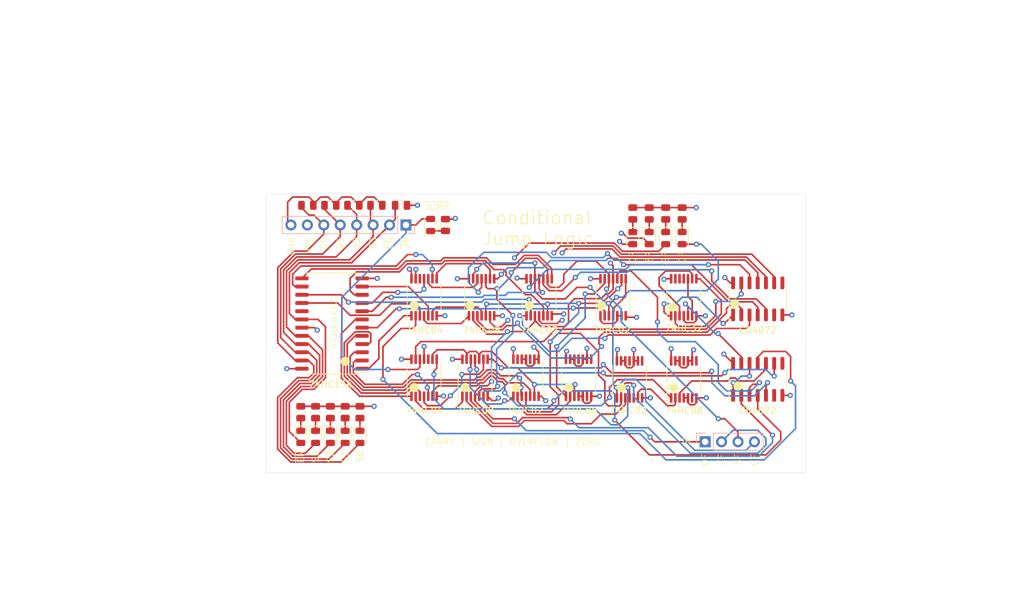
<source format=kicad_pcb>
(kicad_pcb (version 20171130) (host pcbnew "(5.1.10-1-10_14)")
  (layers (0 F.Cu signal) (1 In1.Cu signal) (2 In2.Cu signal) (31 B.Cu signal) (34 B.Paste user) (35 F.Paste user) (36 B.SilkS user) (37 F.SilkS user) (38 B.Mask user) (39 F.Mask user) (44 Edge.Cuts user))
  (net 0 "")
  (net 1 VCC)
  (net 2 GND)
  (net 3 "Net-(U7-Pad11)")
  (net 4 CARRY_FLAG)
  (net 5 SIGN_FLAG)
  (net 6 OVERFLOW_FLAG)
  (net 7 ZERO_FLAG)
  (net 8 "Net-(U1-Pad12)")
  (net 9 "Net-(U1-Pad10)")
  (net 10 "Net-(U1-Pad8)")
  (net 11 "Net-(U1-Pad6)")
  (net 12 "Net-(U1-Pad4)")
  (net 13 "Net-(U10-Pad1)")
  (net 14 "Net-(U11-Pad1)")
  (net 15 ~JNS)
  (net 16 ~JS)
  (net 17 ~JNO)
  (net 18 ~JO)
  (net 19 OR_JNS)
  (net 20 OR_JS)
  (net 21 OR_JNO)
  (net 22 OR_JO)
  (net 23 ~JNB_JAE_JNC)
  (net 24 ~JB_JNAE_JC)
  (net 25 ~JNE_JNZ)
  (net 26 ~JE_JZ)
  (net 27 OR_JNB_JAE_JNC)
  (net 28 OR_JNE_JNZ)
  (net 29 OR_JE_JZ)
  (net 30 OR_JB_JNAE_JC)
  (net 31 ~JG_JNLE)
  (net 32 ~JL_JNGE)
  (net 33 "Net-(U5-Pad4)")
  (net 34 ~JA_JNBE)
  (net 35 ~JBE_JNA)
  (net 36 "Net-(U6-Pad6)")
  (net 37 OR_JL_JNGE)
  (net 38 OR_JA_JNBE)
  (net 39 "Net-(U8-Pad11)")
  (net 40 "Net-(U8-Pad8)")
  (net 41 SF=OF)
  (net 42 ~JLE_JNG)
  (net 43 ~JGE_JNL)
  (net 44 OR_JLE_JNG)
  (net 45 OR_JGE_JNL)
  (net 46 OR_JBE_JNA)
  (net 47 OR_JG_JNLE)
  (net 48 OR_JUMP)
  (net 49 ~J)
  (net 50 "Net-(U12-Pad11)")
  (net 51 "Net-(U12-Pad10)")
  (net 52 "Net-(U14-Pad1)")
  (net 53 "Net-(D1-Pad1)")
  (net 54 "Net-(D2-Pad1)")
  (net 55 "Net-(D3-Pad1)")
  (net 56 "Net-(D4-Pad1)")
  (net 57 "Net-(D5-Pad1)")
  (net 58 "Net-(U4-Pad8)")
  (net 59 "Net-(U4-Pad4)")
  (net 60 "Net-(U4-Pad2)")
  (net 61 "Net-(U5-Pad13)")
  (net 62 "Net-(U5-Pad1)")
  (net 63 "Net-(U6-Pad12)")
  (net 64 "Net-(U6-Pad2)")
  (net 65 "Net-(U8-Pad6)")
  (net 66 "Net-(U9-Pad13)")
  (net 67 "Net-(U9-Pad10)")
  (net 68 "Net-(U10-Pad13)")
  (net 69 "Net-(U11-Pad13)")
  (net 70 "Net-(U12-Pad13)")
  (net 71 "Net-(U12-Pad12)")
  (net 72 "Net-(U12-Pad3)")
  (net 73 ADR0)
  (net 74 ADR1)
  (net 75 ADR2)
  (net 76 ADR3)
  (net 77 EN)
  (net 78 "Net-(U4-Pad10)")
  (net 79 "Net-(U7-Pad8)")
  (net 80 "Net-(U14-Pad2)")
  (net 81 "Net-(U13-Pad17)")
  (net 82 "Net-(U14-Pad11)")
  (net 83 "Net-(U14-Pad8)")
  (net 84 "Net-(U14-Pad6)")
  (net 85 LOAD_PROGRAM_COUNTER_COND)
  (net 86 "Net-(U12-Pad8)")
  (net 87 "Net-(D6-Pad1)")
  (net 88 "Net-(D7-Pad1)")
  (net 89 "Net-(D8-Pad1)")
  (net 90 "Net-(D9-Pad1)")
  (net 91 "Net-(D10-Pad1)")
  (module Resistor_SMD:R_0805_2012Metric (layer F.Cu) (at 127.762 79.756)
    (fp_text reference R15 hide)
    (fp_text value R_US)
    (pad 2 smd roundrect (at 0.9125 0) (size 1.025 1.4) (layers F.Cu F.Paste F.Mask) (roundrect_rratio 0.2439014634146341) (net 1 VCC))
    (pad 1 smd roundrect (at -0.9125 0) (size 1.025 1.4) (layers F.Cu F.Paste F.Mask) (roundrect_rratio 0.2439014634146341) (net 77 EN))
  )
  (module Resistor_SMD:R_0805_2012Metric (layer F.Cu) (at 123.952 79.756)
    (fp_text reference R14 hide)
    (fp_text value R_US)
    (pad 2 smd roundrect (at 0.9125 0) (size 1.025 1.4) (layers F.Cu F.Paste F.Mask) (roundrect_rratio 0.2439014634146341) (net 2 GND))
    (pad 1 smd roundrect (at -0.9125 0) (size 1.025 1.4) (layers F.Cu F.Paste F.Mask) (roundrect_rratio 0.2439014634146341) (net 76 ADR3))
  )
  (module Resistor_SMD:R_0805_2012Metric (layer F.Cu) (at 120.396 79.756)
    (fp_text reference R13 hide)
    (fp_text value R_US)
    (pad 2 smd roundrect (at 0.9125 0) (size 1.025 1.4) (layers F.Cu F.Paste F.Mask) (roundrect_rratio 0.2439014634146341) (net 2 GND))
    (pad 1 smd roundrect (at -0.9125 0) (size 1.025 1.4) (layers F.Cu F.Paste F.Mask) (roundrect_rratio 0.2439014634146341) (net 75 ADR2))
  )
  (module Resistor_SMD:R_0805_2012Metric (layer F.Cu) (at 116.84 79.756)
    (fp_text reference R12 hide)
    (fp_text value R_US)
    (pad 2 smd roundrect (at 0.9125 0) (size 1.025 1.4) (layers F.Cu F.Paste F.Mask) (roundrect_rratio 0.2439014634146341) (net 2 GND))
    (pad 1 smd roundrect (at -0.9125 0) (size 1.025 1.4) (layers F.Cu F.Paste F.Mask) (roundrect_rratio 0.2439014634146341) (net 74 ADR1))
  )
  (module Resistor_SMD:R_0805_2012Metric (layer F.Cu) (at 113.284 79.756)
    (fp_text reference R11 hide)
    (fp_text value R_US)
    (pad 2 smd roundrect (at 0.9125 0) (size 1.025 1.4) (layers F.Cu F.Paste F.Mask) (roundrect_rratio 0.2439014634146341) (net 2 GND))
    (pad 1 smd roundrect (at -0.9125 0) (size 1.025 1.4) (layers F.Cu F.Paste F.Mask) (roundrect_rratio 0.2439014634146341) (net 73 ADR0))
  )
  (module Resistor_SMD:R_0805_2012Metric (layer F.Cu) (at 112.268 111.76 90)
    (fp_text reference R10 hide)
    (fp_text value R_US)
    (pad 2 smd roundrect (at 0.9125 0 90) (size 1.025 1.4) (layers F.Cu F.Paste F.Mask) (roundrect_rratio 0.2439004878048781) (net 2 GND))
    (pad 1 smd roundrect (at -0.9125 0 90) (size 1.025 1.4) (layers F.Cu F.Paste F.Mask) (roundrect_rratio 0.2439004878048781) (net 91 "Net-(D10-Pad1)"))
  )
  (module Resistor_SMD:R_0805_2012Metric (layer F.Cu) (at 114.554 111.76 90)
    (fp_text reference R9 hide)
    (fp_text value R_US)
    (pad 2 smd roundrect (at 0.9125 0 90) (size 1.025 1.4) (layers F.Cu F.Paste F.Mask) (roundrect_rratio 0.2439004878048781) (net 2 GND))
    (pad 1 smd roundrect (at -0.9125 0 90) (size 1.025 1.4) (layers F.Cu F.Paste F.Mask) (roundrect_rratio 0.2439004878048781) (net 90 "Net-(D9-Pad1)"))
  )
  (module Resistor_SMD:R_0805_2012Metric (layer F.Cu) (at 116.84 111.76 90)
    (fp_text reference R8 hide)
    (fp_text value R_US)
    (pad 2 smd roundrect (at 0.9125 0 90) (size 1.025 1.4) (layers F.Cu F.Paste F.Mask) (roundrect_rratio 0.2439004878048781) (net 2 GND))
    (pad 1 smd roundrect (at -0.9125 0 90) (size 1.025 1.4) (layers F.Cu F.Paste F.Mask) (roundrect_rratio 0.2439004878048781) (net 89 "Net-(D8-Pad1)"))
  )
  (module Resistor_SMD:R_0805_2012Metric (layer F.Cu) (at 119.126 111.76 90)
    (fp_text reference R7 hide)
    (fp_text value R_US)
    (pad 2 smd roundrect (at 0.9125 0 90) (size 1.025 1.4) (layers F.Cu F.Paste F.Mask) (roundrect_rratio 0.2439004878048781) (net 2 GND))
    (pad 1 smd roundrect (at -0.9125 0 90) (size 1.025 1.4) (layers F.Cu F.Paste F.Mask) (roundrect_rratio 0.2439004878048781) (net 88 "Net-(D7-Pad1)"))
  )
  (module Resistor_SMD:R_0805_2012Metric (layer F.Cu) (at 121.412 111.76 90)
    (fp_text reference R6 hide)
    (fp_text value R_US)
    (pad 2 smd roundrect (at 0.9125 0 90) (size 1.025 1.4) (layers F.Cu F.Paste F.Mask) (roundrect_rratio 0.2439004878048781) (net 2 GND))
    (pad 1 smd roundrect (at -0.9125 0 90) (size 1.025 1.4) (layers F.Cu F.Paste F.Mask) (roundrect_rratio 0.2439004878048781) (net 87 "Net-(D6-Pad1)"))
  )
  (module LED_SMD:LED_0805_2012Metric (layer F.Cu) (at 112.268 115.57 270)
    (fp_text reference D10 hide)
    (fp_text value LED)
    (pad 2 smd roundrect (at 0.9375 0 270) (size 0.975 1.4) (layers F.Cu F.Paste F.Mask) (net 77 EN))
    (pad 1 smd roundrect (at -0.9375 0 270) (size 0.975 1.4) (layers F.Cu F.Paste F.Mask) (net 91 "Net-(D10-Pad1)"))
  )
  (module LED_SMD:LED_0805_2012Metric (layer F.Cu) (at 114.554 115.57 270)
    (fp_text reference D9 hide)
    (fp_text value LED)
    (pad 2 smd roundrect (at 0.9375 0 270) (size 0.975 1.4) (layers F.Cu F.Paste F.Mask) (net 76 ADR3))
    (pad 1 smd roundrect (at -0.9375 0 270) (size 0.975 1.4) (layers F.Cu F.Paste F.Mask) (net 90 "Net-(D9-Pad1)"))
  )
  (module LED_SMD:LED_0805_2012Metric (layer F.Cu) (at 116.84 115.57 270)
    (fp_text reference D8 hide)
    (fp_text value LED)
    (pad 2 smd roundrect (at 0.9375 0 270) (size 0.975 1.4) (layers F.Cu F.Paste F.Mask) (net 75 ADR2))
    (pad 1 smd roundrect (at -0.9375 0 270) (size 0.975 1.4) (layers F.Cu F.Paste F.Mask) (net 89 "Net-(D8-Pad1)"))
  )
  (module LED_SMD:LED_0805_2012Metric (layer F.Cu) (at 119.126 115.57 270)
    (fp_text reference D7 hide)
    (fp_text value LED)
    (pad 2 smd roundrect (at 0.9375 0 270) (size 0.975 1.4) (layers F.Cu F.Paste F.Mask) (net 74 ADR1))
    (pad 1 smd roundrect (at -0.9375 0 270) (size 0.975 1.4) (layers F.Cu F.Paste F.Mask) (net 88 "Net-(D7-Pad1)"))
  )
  (module LED_SMD:LED_0805_2012Metric (layer F.Cu) (at 121.412 115.57 270)
    (fp_text reference D6 hide)
    (fp_text value LED)
    (pad 2 smd roundrect (at 0.9375 0 270) (size 0.975 1.4) (layers F.Cu F.Paste F.Mask) (net 73 ADR0))
    (pad 1 smd roundrect (at -0.9375 0 270) (size 0.975 1.4) (layers F.Cu F.Paste F.Mask) (net 87 "Net-(D6-Pad1)"))
  )
  (module Resistor_SMD:R_0805_2012Metric (layer F.Cu) (at 163.576 81.026 90)
    (fp_text reference R5 hide)
    (fp_text value R_US)
    (pad 2 smd roundrect (at 0.9125 0 90) (size 1.025 1.4) (layers F.Cu F.Paste F.Mask) (roundrect_rratio 0.2439004878048781) (net 2 GND))
    (pad 1 smd roundrect (at -0.9125 0 90) (size 1.025 1.4) (layers F.Cu F.Paste F.Mask) (roundrect_rratio 0.2439004878048781) (net 57 "Net-(D5-Pad1)"))
  )
  (module Resistor_SMD:R_0805_2012Metric (layer F.Cu) (at 166.116 81.026 90)
    (fp_text reference R4 hide)
    (fp_text value R_US)
    (pad 2 smd roundrect (at 0.9125 0 90) (size 1.025 1.4) (layers F.Cu F.Paste F.Mask) (roundrect_rratio 0.2439004878048781) (net 2 GND))
    (pad 1 smd roundrect (at -0.9125 0 90) (size 1.025 1.4) (layers F.Cu F.Paste F.Mask) (roundrect_rratio 0.2439004878048781) (net 56 "Net-(D4-Pad1)"))
  )
  (module Resistor_SMD:R_0805_2012Metric (layer F.Cu) (at 168.656 81.026 90)
    (fp_text reference R3 hide)
    (fp_text value R_US)
    (pad 2 smd roundrect (at 0.9125 0 90) (size 1.025 1.4) (layers F.Cu F.Paste F.Mask) (roundrect_rratio 0.2439004878048781) (net 2 GND))
    (pad 1 smd roundrect (at -0.9125 0 90) (size 1.025 1.4) (layers F.Cu F.Paste F.Mask) (roundrect_rratio 0.2439004878048781) (net 55 "Net-(D3-Pad1)"))
  )
  (module Resistor_SMD:R_0805_2012Metric (layer F.Cu) (at 171.196 81.026 90)
    (fp_text reference R2 hide)
    (fp_text value R_US)
    (pad 2 smd roundrect (at 0.9125 0 90) (size 1.025 1.4) (layers F.Cu F.Paste F.Mask) (roundrect_rratio 0.2439004878048781) (net 2 GND))
    (pad 1 smd roundrect (at -0.9125 0 90) (size 1.025 1.4) (layers F.Cu F.Paste F.Mask) (roundrect_rratio 0.2439004878048781) (net 54 "Net-(D2-Pad1)"))
  )
  (module Resistor_SMD:R_0805_2012Metric (layer F.Cu) (at 134.62 82.804 90)
    (fp_text reference R1 hide)
    (fp_text value R_US)
    (pad 2 smd roundrect (at 0.9125 0 90) (size 1.025 1.4) (layers F.Cu F.Paste F.Mask) (roundrect_rratio 0.2439004878048781) (net 2 GND))
    (pad 1 smd roundrect (at -0.9125 0 90) (size 1.025 1.4) (layers F.Cu F.Paste F.Mask) (roundrect_rratio 0.2439004878048781) (net 53 "Net-(D1-Pad1)"))
  )
  (module LED_SMD:LED_0805_2012Metric (layer F.Cu) (at 163.576 84.836 270)
    (fp_text reference D5 hide)
    (fp_text value LED)
    (pad 2 smd roundrect (at 0.9375 0 270) (size 0.975 1.4) (layers F.Cu F.Paste F.Mask) (net 6 OVERFLOW_FLAG))
    (pad 1 smd roundrect (at -0.9375 0 270) (size 0.975 1.4) (layers F.Cu F.Paste F.Mask) (net 57 "Net-(D5-Pad1)"))
  )
  (module LED_SMD:LED_0805_2012Metric (layer F.Cu) (at 166.116 84.836 270)
    (fp_text reference D4 hide)
    (fp_text value LED)
    (pad 2 smd roundrect (at 0.9375 0 270) (size 0.975 1.4) (layers F.Cu F.Paste F.Mask) (net 7 ZERO_FLAG))
    (pad 1 smd roundrect (at -0.9375 0 270) (size 0.975 1.4) (layers F.Cu F.Paste F.Mask) (net 56 "Net-(D4-Pad1)"))
  )
  (module LED_SMD:LED_0805_2012Metric (layer F.Cu) (at 168.656 84.836 270)
    (fp_text reference D3 hide)
    (fp_text value LED)
    (pad 2 smd roundrect (at 0.9375 0 270) (size 0.975 1.4) (layers F.Cu F.Paste F.Mask) (net 5 SIGN_FLAG))
    (pad 1 smd roundrect (at -0.9375 0 270) (size 0.975 1.4) (layers F.Cu F.Paste F.Mask) (net 55 "Net-(D3-Pad1)"))
  )
  (module LED_SMD:LED_0805_2012Metric (layer F.Cu) (at 171.196 84.836 270)
    (fp_text reference D2 hide)
    (fp_text value LED)
    (pad 2 smd roundrect (at 0.9375 0 270) (size 0.975 1.4) (layers F.Cu F.Paste F.Mask) (net 4 CARRY_FLAG))
    (pad 1 smd roundrect (at -0.9375 0 270) (size 0.975 1.4) (layers F.Cu F.Paste F.Mask) (net 54 "Net-(D2-Pad1)"))
  )
  (module LED_SMD:LED_0805_2012Metric (layer F.Cu) (at 132.334 82.804 90)
    (fp_text reference D1 hide)
    (fp_text value LED)
    (pad 2 smd roundrect (at 0.9375 0 90) (size 0.975 1.4) (layers F.Cu F.Paste F.Mask) (net 85 LOAD_PROGRAM_COUNTER_COND))
    (pad 1 smd roundrect (at -0.9375 0 90) (size 0.975 1.4) (layers F.Cu F.Paste F.Mask) (net 53 "Net-(D1-Pad1)"))
  )
  (module Package_SO:SOIC-14_3.9x8.7mm_P1.27mm (layer F.Cu) (at 182.88 106.68 90)
    (fp_text reference U11 hide)
    (fp_text value CD4072 (at -4.826 0 180) (layer F.SilkS))
    (pad 14 smd roundrect (at 2.475 -3.81 90) (size 1.95 0.6) (layers F.Cu F.Paste F.Mask) (net 1 VCC))
    (pad 13 smd roundrect (at 2.475 -2.54 90) (size 1.95 0.6) (layers F.Cu F.Paste F.Mask) (net 69 "Net-(U11-Pad13)"))
    (pad 12 smd roundrect (at 2.475 -1.27 90) (size 1.95 0.6) (layers F.Cu F.Paste F.Mask) (net 14 "Net-(U11-Pad1)"))
    (pad 11 smd roundrect (at 2.475 0 90) (size 1.95 0.6) (layers F.Cu F.Paste F.Mask) (net 48 OR_JUMP))
    (pad 10 smd roundrect (at 2.475 1.27 90) (size 1.95 0.6) (layers F.Cu F.Paste F.Mask) (net 44 OR_JLE_JNG))
    (pad 9 smd roundrect (at 2.475 2.54 90) (size 1.95 0.6) (layers F.Cu F.Paste F.Mask) (net 47 OR_JG_JNLE))
    (pad 8 smd roundrect (at 2.475 3.81 90) (size 1.95 0.6) (layers F.Cu F.Paste F.Mask))
    (pad 7 smd roundrect (at -2.475 3.81 90) (size 1.95 0.6) (layers F.Cu F.Paste F.Mask) (net 2 GND))
    (pad 6 smd roundrect (at -2.475 2.54 90) (size 1.95 0.6) (layers F.Cu F.Paste F.Mask))
    (pad 5 smd roundrect (at -2.475 1.27 90) (size 1.95 0.6) (layers F.Cu F.Paste F.Mask) (net 45 OR_JGE_JNL))
    (pad 4 smd roundrect (at -2.475 0 90) (size 1.95 0.6) (layers F.Cu F.Paste F.Mask) (net 37 OR_JL_JNGE))
    (pad 3 smd roundrect (at -2.475 -1.27 90) (size 1.95 0.6) (layers F.Cu F.Paste F.Mask) (net 38 OR_JA_JNBE))
    (pad 2 smd roundrect (at -2.475 -2.54 90) (size 1.95 0.6) (layers F.Cu F.Paste F.Mask) (net 46 OR_JBE_JNA))
    (pad 1 smd roundrect (at -2.475 -3.81 90) (size 1.95 0.6) (layers F.Cu F.Paste F.Mask) (net 14 "Net-(U11-Pad1)"))
  )
  (module Package_SO:SOIC-14_3.9x8.7mm_P1.27mm (layer F.Cu) (at 182.88 94.234 90)
    (fp_text reference U10 hide)
    (fp_text value CD4072 (at -4.826 0 180) (layer F.SilkS))
    (pad 14 smd roundrect (at 2.475 -3.81 90) (size 1.95 0.6) (layers F.Cu F.Paste F.Mask) (net 1 VCC))
    (pad 13 smd roundrect (at 2.475 -2.54 90) (size 1.95 0.6) (layers F.Cu F.Paste F.Mask) (net 68 "Net-(U10-Pad13)"))
    (pad 12 smd roundrect (at 2.475 -1.27 90) (size 1.95 0.6) (layers F.Cu F.Paste F.Mask) (net 27 OR_JNB_JAE_JNC))
    (pad 11 smd roundrect (at 2.475 0 90) (size 1.95 0.6) (layers F.Cu F.Paste F.Mask) (net 30 OR_JB_JNAE_JC))
    (pad 10 smd roundrect (at 2.475 1.27 90) (size 1.95 0.6) (layers F.Cu F.Paste F.Mask) (net 28 OR_JNE_JNZ))
    (pad 9 smd roundrect (at 2.475 2.54 90) (size 1.95 0.6) (layers F.Cu F.Paste F.Mask) (net 29 OR_JE_JZ))
    (pad 8 smd roundrect (at 2.475 3.81 90) (size 1.95 0.6) (layers F.Cu F.Paste F.Mask))
    (pad 7 smd roundrect (at -2.475 3.81 90) (size 1.95 0.6) (layers F.Cu F.Paste F.Mask) (net 2 GND))
    (pad 6 smd roundrect (at -2.475 2.54 90) (size 1.95 0.6) (layers F.Cu F.Paste F.Mask))
    (pad 5 smd roundrect (at -2.475 1.27 90) (size 1.95 0.6) (layers F.Cu F.Paste F.Mask) (net 19 OR_JNS))
    (pad 4 smd roundrect (at -2.475 0 90) (size 1.95 0.6) (layers F.Cu F.Paste F.Mask) (net 20 OR_JS))
    (pad 3 smd roundrect (at -2.475 -1.27 90) (size 1.95 0.6) (layers F.Cu F.Paste F.Mask) (net 21 OR_JNO))
    (pad 2 smd roundrect (at -2.475 -2.54 90) (size 1.95 0.6) (layers F.Cu F.Paste F.Mask) (net 22 OR_JO))
    (pad 1 smd roundrect (at -2.475 -3.81 90) (size 1.95 0.6) (layers F.Cu F.Paste F.Mask) (net 13 "Net-(U10-Pad1)"))
  )
  (module Connector_PinHeader_2.54mm:PinHeader_1x04_P2.54mm_Vertical (layer B.Cu) (at 174.752 116.332 270)
    (fp_text reference J4 hide)
    (fp_text value Conn_01x04)
    (pad 4 thru_hole oval (at 0 -7.62 270) (size 1.7 1.7) (drill 1) (layers *.Cu *.Mask) (net 4 CARRY_FLAG))
    (pad 3 thru_hole oval (at 0 -5.08 270) (size 1.7 1.7) (drill 1) (layers *.Cu *.Mask) (net 5 SIGN_FLAG))
    (pad 2 thru_hole oval (at 0 -2.54 270) (size 1.7 1.7) (drill 1) (layers *.Cu *.Mask) (net 7 ZERO_FLAG))
    (pad 1 thru_hole rect (at 0 0 270) (size 1.7 1.7) (drill 1) (layers *.Cu *.Mask) (net 6 OVERFLOW_FLAG))
  )
  (module Package_SO:TSSOP-14_4.4x5mm_P0.65mm (layer F.Cu) (at 139.192 106.426 90)
    (fp_text reference U6 hide)
    (fp_text value 74LS08)
    (fp_text user 74HC08 (at -5.08 0 180) (layer F.SilkS))
    (pad 1 smd roundrect (at -2.8625 -1.95 90) (size 1.475 0.4) (layers F.Cu F.Paste F.Mask) (net 60 "Net-(U4-Pad2)"))
    (pad 2 smd roundrect (at -2.8625 -1.3 90) (size 1.475 0.4) (layers F.Cu F.Paste F.Mask) (net 64 "Net-(U6-Pad2)"))
    (pad 3 smd roundrect (at -2.8625 -0.65 90) (size 1.475 0.4) (layers F.Cu F.Paste F.Mask) (net 46 OR_JBE_JNA))
    (pad 4 smd roundrect (at -2.8625 0 90) (size 1.475 0.4) (layers F.Cu F.Paste F.Mask) (net 6 OVERFLOW_FLAG))
    (pad 5 smd roundrect (at -2.8625 0.65 90) (size 1.475 0.4) (layers F.Cu F.Paste F.Mask) (net 5 SIGN_FLAG))
    (pad 6 smd roundrect (at -2.8625 1.3 90) (size 1.475 0.4) (layers F.Cu F.Paste F.Mask) (net 36 "Net-(U6-Pad6)"))
    (pad 7 smd roundrect (at -2.8625 1.95 90) (size 1.475 0.4) (layers F.Cu F.Paste F.Mask) (net 2 GND))
    (pad 8 smd roundrect (at 2.8625 1.95 90) (size 1.475 0.4) (layers F.Cu F.Paste F.Mask) (net 45 OR_JGE_JNL))
    (pad 9 smd roundrect (at 2.8625 1.3 90) (size 1.475 0.4) (layers F.Cu F.Paste F.Mask) (net 59 "Net-(U4-Pad4)"))
    (pad 10 smd roundrect (at 2.8625 0.65 90) (size 1.475 0.4) (layers F.Cu F.Paste F.Mask) (net 41 SF=OF))
    (pad 11 smd roundrect (at 2.8625 0 90) (size 1.475 0.4) (layers F.Cu F.Paste F.Mask) (net 47 OR_JG_JNLE))
    (pad 12 smd roundrect (at 2.8625 -0.65 90) (size 1.475 0.4) (layers F.Cu F.Paste F.Mask) (net 63 "Net-(U6-Pad12)"))
    (pad 13 smd roundrect (at 2.8625 -1.3 90) (size 1.475 0.4) (layers F.Cu F.Paste F.Mask) (net 41 SF=OF))
    (pad 14 smd roundrect (at 2.8625 -1.95 90) (size 1.475 0.4) (layers F.Cu F.Paste F.Mask) (net 1 VCC))
  )
  (module Package_SO:TSSOP-14_4.4x5mm_P0.65mm (layer F.Cu) (at 171.45 106.68 90)
    (fp_text reference U14 hide)
    (fp_text value 74LS08)
    (fp_text user 74HC08 (at -4.826 0 180) (layer F.SilkS))
    (pad 1 smd roundrect (at -2.8625 -1.95 90) (size 1.475 0.4) (layers F.Cu F.Paste F.Mask) (net 52 "Net-(U14-Pad1)"))
    (pad 2 smd roundrect (at -2.8625 -1.3 90) (size 1.475 0.4) (layers F.Cu F.Paste F.Mask) (net 80 "Net-(U14-Pad2)"))
    (pad 3 smd roundrect (at -2.8625 -0.65 90) (size 1.475 0.4) (layers F.Cu F.Paste F.Mask) (net 44 OR_JLE_JNG))
    (pad 4 smd roundrect (at -2.8625 0 90) (size 1.475 0.4) (layers F.Cu F.Paste F.Mask) (net 2 GND))
    (pad 5 smd roundrect (at -2.8625 0.65 90) (size 1.475 0.4) (layers F.Cu F.Paste F.Mask) (net 2 GND))
    (pad 6 smd roundrect (at -2.8625 1.3 90) (size 1.475 0.4) (layers F.Cu F.Paste F.Mask) (net 84 "Net-(U14-Pad6)"))
    (pad 7 smd roundrect (at -2.8625 1.95 90) (size 1.475 0.4) (layers F.Cu F.Paste F.Mask) (net 2 GND))
    (pad 8 smd roundrect (at 2.8625 1.95 90) (size 1.475 0.4) (layers F.Cu F.Paste F.Mask) (net 83 "Net-(U14-Pad8)"))
    (pad 9 smd roundrect (at 2.8625 1.3 90) (size 1.475 0.4) (layers F.Cu F.Paste F.Mask) (net 2 GND))
    (pad 10 smd roundrect (at 2.8625 0.65 90) (size 1.475 0.4) (layers F.Cu F.Paste F.Mask) (net 2 GND))
    (pad 11 smd roundrect (at 2.8625 0 90) (size 1.475 0.4) (layers F.Cu F.Paste F.Mask) (net 82 "Net-(U14-Pad11)"))
    (pad 12 smd roundrect (at 2.8625 -0.65 90) (size 1.475 0.4) (layers F.Cu F.Paste F.Mask) (net 2 GND))
    (pad 13 smd roundrect (at 2.8625 -1.3 90) (size 1.475 0.4) (layers F.Cu F.Paste F.Mask) (net 2 GND))
    (pad 14 smd roundrect (at 2.8625 -1.95 90) (size 1.475 0.4) (layers F.Cu F.Paste F.Mask) (net 1 VCC))
  )
  (module Package_SO:TSSOP-14_4.4x5mm_P0.65mm (layer F.Cu) (at 171.45 93.98 90)
    (fp_text reference U12 hide)
    (fp_text value 74LS32)
    (fp_text user 74HC32 (at -4.826 0 180) (layer F.SilkS))
    (pad 1 smd roundrect (at -2.8625 -1.95 90) (size 1.475 0.4) (layers F.Cu F.Paste F.Mask) (net 13 "Net-(U10-Pad1)"))
    (pad 2 smd roundrect (at -2.8625 -1.3 90) (size 1.475 0.4) (layers F.Cu F.Paste F.Mask) (net 68 "Net-(U10-Pad13)"))
    (pad 3 smd roundrect (at -2.8625 -0.65 90) (size 1.475 0.4) (layers F.Cu F.Paste F.Mask) (net 72 "Net-(U12-Pad3)"))
    (pad 4 smd roundrect (at -2.8625 0 90) (size 1.475 0.4) (layers F.Cu F.Paste F.Mask) (net 2 GND))
    (pad 5 smd roundrect (at -2.8625 0.65 90) (size 1.475 0.4) (layers F.Cu F.Paste F.Mask) (net 69 "Net-(U11-Pad13)"))
    (pad 6 smd roundrect (at -2.8625 1.3 90) (size 1.475 0.4) (layers F.Cu F.Paste F.Mask) (net 51 "Net-(U12-Pad10)"))
    (pad 7 smd roundrect (at -2.8625 1.95 90) (size 1.475 0.4) (layers F.Cu F.Paste F.Mask) (net 2 GND))
    (pad 8 smd roundrect (at 2.8625 1.95 90) (size 1.475 0.4) (layers F.Cu F.Paste F.Mask) (net 86 "Net-(U12-Pad8)"))
    (pad 9 smd roundrect (at 2.8625 1.3 90) (size 1.475 0.4) (layers F.Cu F.Paste F.Mask) (net 72 "Net-(U12-Pad3)"))
    (pad 10 smd roundrect (at 2.8625 0.65 90) (size 1.475 0.4) (layers F.Cu F.Paste F.Mask) (net 51 "Net-(U12-Pad10)"))
    (pad 11 smd roundrect (at 2.8625 0 90) (size 1.475 0.4) (layers F.Cu F.Paste F.Mask) (net 50 "Net-(U12-Pad11)"))
    (pad 12 smd roundrect (at 2.8625 -0.65 90) (size 1.475 0.4) (layers F.Cu F.Paste F.Mask) (net 71 "Net-(U12-Pad12)"))
    (pad 13 smd roundrect (at 2.8625 -1.3 90) (size 1.475 0.4) (layers F.Cu F.Paste F.Mask) (net 70 "Net-(U12-Pad13)"))
    (pad 14 smd roundrect (at 2.8625 -1.95 90) (size 1.475 0.4) (layers F.Cu F.Paste F.Mask) (net 1 VCC))
  )
  (module Package_SO:TSSOP-14_4.4x5mm_P0.65mm (layer F.Cu) (at 147.066 106.426 90)
    (fp_text reference U9 hide)
    (fp_text value 74LS02)
    (fp_text user 74HC02 (at -5.08 -0.254 180) (layer F.SilkS))
    (pad 1 smd roundrect (at -2.8625 -1.95 90) (size 1.475 0.4) (layers F.Cu F.Paste F.Mask) (net 63 "Net-(U6-Pad12)"))
    (pad 2 smd roundrect (at -2.8625 -1.3 90) (size 1.475 0.4) (layers F.Cu F.Paste F.Mask) (net 7 ZERO_FLAG))
    (pad 3 smd roundrect (at -2.8625 -0.65 90) (size 1.475 0.4) (layers F.Cu F.Paste F.Mask) (net 31 ~JG_JNLE))
    (pad 4 smd roundrect (at -2.8625 0 90) (size 1.475 0.4) (layers F.Cu F.Paste F.Mask) (net 37 OR_JL_JNGE))
    (pad 5 smd roundrect (at -2.8625 0.65 90) (size 1.475 0.4) (layers F.Cu F.Paste F.Mask) (net 32 ~JL_JNGE))
    (pad 6 smd roundrect (at -2.8625 1.3 90) (size 1.475 0.4) (layers F.Cu F.Paste F.Mask) (net 41 SF=OF))
    (pad 7 smd roundrect (at -2.8625 1.95 90) (size 1.475 0.4) (layers F.Cu F.Paste F.Mask) (net 2 GND))
    (pad 8 smd roundrect (at 2.8625 1.95 90) (size 1.475 0.4) (layers F.Cu F.Paste F.Mask) (net 2 GND))
    (pad 9 smd roundrect (at 2.8625 1.3 90) (size 1.475 0.4) (layers F.Cu F.Paste F.Mask) (net 2 GND))
    (pad 10 smd roundrect (at 2.8625 0.65 90) (size 1.475 0.4) (layers F.Cu F.Paste F.Mask) (net 67 "Net-(U9-Pad10)"))
    (pad 11 smd roundrect (at 2.8625 0 90) (size 1.475 0.4) (layers F.Cu F.Paste F.Mask) (net 2 GND))
    (pad 12 smd roundrect (at 2.8625 -0.65 90) (size 1.475 0.4) (layers F.Cu F.Paste F.Mask) (net 2 GND))
    (pad 13 smd roundrect (at 2.8625 -1.3 90) (size 1.475 0.4) (layers F.Cu F.Paste F.Mask) (net 66 "Net-(U9-Pad13)"))
    (pad 14 smd roundrect (at 2.8625 -1.95 90) (size 1.475 0.4) (layers F.Cu F.Paste F.Mask) (net 1 VCC))
  )
  (module Package_SO:TSSOP-14_4.4x5mm_P0.65mm (layer F.Cu) (at 155.194 106.426 90)
    (fp_text reference U8 hide)
    (fp_text value 74LS86)
    (fp_text user 74HC86 (at -5.08 0 180) (layer F.SilkS))
    (pad 1 smd roundrect (at -2.8625 -1.95 90) (size 1.475 0.4) (layers F.Cu F.Paste F.Mask) (net 61 "Net-(U5-Pad13)"))
    (pad 2 smd roundrect (at -2.8625 -1.3 90) (size 1.475 0.4) (layers F.Cu F.Paste F.Mask) (net 36 "Net-(U6-Pad6)"))
    (pad 3 smd roundrect (at -2.8625 -0.65 90) (size 1.475 0.4) (layers F.Cu F.Paste F.Mask) (net 41 SF=OF))
    (pad 4 smd roundrect (at -2.8625 0 90) (size 1.475 0.4) (layers F.Cu F.Paste F.Mask) (net 2 GND))
    (pad 5 smd roundrect (at -2.8625 0.65 90) (size 1.475 0.4) (layers F.Cu F.Paste F.Mask) (net 2 GND))
    (pad 6 smd roundrect (at -2.8625 1.3 90) (size 1.475 0.4) (layers F.Cu F.Paste F.Mask) (net 65 "Net-(U8-Pad6)"))
    (pad 7 smd roundrect (at -2.8625 1.95 90) (size 1.475 0.4) (layers F.Cu F.Paste F.Mask) (net 2 GND))
    (pad 8 smd roundrect (at 2.8625 1.95 90) (size 1.475 0.4) (layers F.Cu F.Paste F.Mask) (net 40 "Net-(U8-Pad8)"))
    (pad 9 smd roundrect (at 2.8625 1.3 90) (size 1.475 0.4) (layers F.Cu F.Paste F.Mask) (net 2 GND))
    (pad 10 smd roundrect (at 2.8625 0.65 90) (size 1.475 0.4) (layers F.Cu F.Paste F.Mask) (net 2 GND))
    (pad 11 smd roundrect (at 2.8625 0 90) (size 1.475 0.4) (layers F.Cu F.Paste F.Mask) (net 39 "Net-(U8-Pad11)"))
    (pad 12 smd roundrect (at 2.8625 -0.65 90) (size 1.475 0.4) (layers F.Cu F.Paste F.Mask) (net 2 GND))
    (pad 13 smd roundrect (at 2.8625 -1.3 90) (size 1.475 0.4) (layers F.Cu F.Paste F.Mask) (net 2 GND))
    (pad 14 smd roundrect (at 2.8625 -1.95 90) (size 1.475 0.4) (layers F.Cu F.Paste F.Mask) (net 1 VCC))
  )
  (module Package_SO:TSSOP-14_4.4x5mm_P0.65mm (layer F.Cu) (at 163.068 106.68 90)
    (fp_text reference U7 hide)
    (fp_text value 74LS32)
    (fp_text user 74HC32 (at -4.826 -0.254 180) (layer F.SilkS))
    (pad 1 smd roundrect (at -2.8625 -1.95 90) (size 1.475 0.4) (layers F.Cu F.Paste F.Mask) (net 4 CARRY_FLAG))
    (pad 2 smd roundrect (at -2.8625 -1.3 90) (size 1.475 0.4) (layers F.Cu F.Paste F.Mask) (net 7 ZERO_FLAG))
    (pad 3 smd roundrect (at -2.8625 -0.65 90) (size 1.475 0.4) (layers F.Cu F.Paste F.Mask) (net 64 "Net-(U6-Pad2)"))
    (pad 4 smd roundrect (at -2.8625 0 90) (size 1.475 0.4) (layers F.Cu F.Paste F.Mask) (net 58 "Net-(U4-Pad8)"))
    (pad 5 smd roundrect (at -2.8625 0.65 90) (size 1.475 0.4) (layers F.Cu F.Paste F.Mask) (net 7 ZERO_FLAG))
    (pad 6 smd roundrect (at -2.8625 1.3 90) (size 1.475 0.4) (layers F.Cu F.Paste F.Mask) (net 80 "Net-(U14-Pad2)"))
    (pad 7 smd roundrect (at -2.8625 1.95 90) (size 1.475 0.4) (layers F.Cu F.Paste F.Mask) (net 2 GND))
    (pad 8 smd roundrect (at 2.8625 1.95 90) (size 1.475 0.4) (layers F.Cu F.Paste F.Mask) (net 79 "Net-(U7-Pad8)"))
    (pad 9 smd roundrect (at 2.8625 1.3 90) (size 1.475 0.4) (layers F.Cu F.Paste F.Mask) (net 2 GND))
    (pad 10 smd roundrect (at 2.8625 0.65 90) (size 1.475 0.4) (layers F.Cu F.Paste F.Mask) (net 2 GND))
    (pad 11 smd roundrect (at 2.8625 0 90) (size 1.475 0.4) (layers F.Cu F.Paste F.Mask) (net 3 "Net-(U7-Pad11)"))
    (pad 12 smd roundrect (at 2.8625 -0.65 90) (size 1.475 0.4) (layers F.Cu F.Paste F.Mask) (net 2 GND))
    (pad 13 smd roundrect (at 2.8625 -1.3 90) (size 1.475 0.4) (layers F.Cu F.Paste F.Mask) (net 2 GND))
    (pad 14 smd roundrect (at 2.8625 -1.95 90) (size 1.475 0.4) (layers F.Cu F.Paste F.Mask) (net 1 VCC))
  )
  (module Package_SO:TSSOP-14_4.4x5mm_P0.65mm (layer F.Cu) (at 160.528 93.98 90)
    (fp_text reference U5 hide)
    (fp_text value 74LS02)
    (fp_text user 74HC02 (at -5.08 -0.254 180) (layer F.SilkS))
    (pad 1 smd roundrect (at -2.8625 -1.95 90) (size 1.475 0.4) (layers F.Cu F.Paste F.Mask) (net 62 "Net-(U5-Pad1)"))
    (pad 2 smd roundrect (at -2.8625 -1.3 90) (size 1.475 0.4) (layers F.Cu F.Paste F.Mask) (net 34 ~JA_JNBE))
    (pad 3 smd roundrect (at -2.8625 -0.65 90) (size 1.475 0.4) (layers F.Cu F.Paste F.Mask) (net 4 CARRY_FLAG))
    (pad 4 smd roundrect (at -2.8625 0 90) (size 1.475 0.4) (layers F.Cu F.Paste F.Mask) (net 33 "Net-(U5-Pad4)"))
    (pad 5 smd roundrect (at -2.8625 0.65 90) (size 1.475 0.4) (layers F.Cu F.Paste F.Mask) (net 62 "Net-(U5-Pad1)"))
    (pad 6 smd roundrect (at -2.8625 1.3 90) (size 1.475 0.4) (layers F.Cu F.Paste F.Mask) (net 62 "Net-(U5-Pad1)"))
    (pad 7 smd roundrect (at -2.8625 1.95 90) (size 1.475 0.4) (layers F.Cu F.Paste F.Mask) (net 2 GND))
    (pad 8 smd roundrect (at 2.8625 1.95 90) (size 1.475 0.4) (layers F.Cu F.Paste F.Mask) (net 33 "Net-(U5-Pad4)"))
    (pad 9 smd roundrect (at 2.8625 1.3 90) (size 1.475 0.4) (layers F.Cu F.Paste F.Mask) (net 7 ZERO_FLAG))
    (pad 10 smd roundrect (at 2.8625 0.65 90) (size 1.475 0.4) (layers F.Cu F.Paste F.Mask) (net 38 OR_JA_JNBE))
    (pad 11 smd roundrect (at 2.8625 0 90) (size 1.475 0.4) (layers F.Cu F.Paste F.Mask) (net 6 OVERFLOW_FLAG))
    (pad 12 smd roundrect (at 2.8625 -0.65 90) (size 1.475 0.4) (layers F.Cu F.Paste F.Mask) (net 5 SIGN_FLAG))
    (pad 13 smd roundrect (at 2.8625 -1.3 90) (size 1.475 0.4) (layers F.Cu F.Paste F.Mask) (net 61 "Net-(U5-Pad13)"))
    (pad 14 smd roundrect (at 2.8625 -1.95 90) (size 1.475 0.4) (layers F.Cu F.Paste F.Mask) (net 1 VCC))
  )
  (module Package_SO:TSSOP-14_4.4x5mm_P0.65mm (layer F.Cu) (at 131.318 106.426 90)
    (fp_text reference U4 hide)
    (fp_text value 74LS04)
    (fp_text user 74HC04 (at -5.08 0 180) (layer F.SilkS))
    (pad 1 smd roundrect (at -2.8625 -1.95 90) (size 1.475 0.4) (layers F.Cu F.Paste F.Mask) (net 35 ~JBE_JNA))
    (pad 2 smd roundrect (at -2.8625 -1.3 90) (size 1.475 0.4) (layers F.Cu F.Paste F.Mask) (net 60 "Net-(U4-Pad2)"))
    (pad 3 smd roundrect (at -2.8625 -0.65 90) (size 1.475 0.4) (layers F.Cu F.Paste F.Mask) (net 43 ~JGE_JNL))
    (pad 4 smd roundrect (at -2.8625 0 90) (size 1.475 0.4) (layers F.Cu F.Paste F.Mask) (net 59 "Net-(U4-Pad4)"))
    (pad 5 smd roundrect (at -2.8625 0.65 90) (size 1.475 0.4) (layers F.Cu F.Paste F.Mask) (net 42 ~JLE_JNG))
    (pad 6 smd roundrect (at -2.8625 1.3 90) (size 1.475 0.4) (layers F.Cu F.Paste F.Mask) (net 52 "Net-(U14-Pad1)"))
    (pad 7 smd roundrect (at -2.8625 1.95 90) (size 1.475 0.4) (layers F.Cu F.Paste F.Mask) (net 2 GND))
    (pad 8 smd roundrect (at 2.8625 1.95 90) (size 1.475 0.4) (layers F.Cu F.Paste F.Mask) (net 58 "Net-(U4-Pad8)"))
    (pad 9 smd roundrect (at 2.8625 1.3 90) (size 1.475 0.4) (layers F.Cu F.Paste F.Mask) (net 41 SF=OF))
    (pad 10 smd roundrect (at 2.8625 0.65 90) (size 1.475 0.4) (layers F.Cu F.Paste F.Mask) (net 78 "Net-(U4-Pad10)"))
    (pad 11 smd roundrect (at 2.8625 0 90) (size 1.475 0.4) (layers F.Cu F.Paste F.Mask) (net 2 GND))
    (pad 12 smd roundrect (at 2.8625 -0.65 90) (size 1.475 0.4) (layers F.Cu F.Paste F.Mask) (net 85 LOAD_PROGRAM_COUNTER_COND))
    (pad 13 smd roundrect (at 2.8625 -1.3 90) (size 1.475 0.4) (layers F.Cu F.Paste F.Mask) (net 86 "Net-(U12-Pad8)"))
    (pad 14 smd roundrect (at 2.8625 -1.95 90) (size 1.475 0.4) (layers F.Cu F.Paste F.Mask) (net 1 VCC))
  )
  (module Package_SO:SOIC-24W_7.5x15.4mm_P1.27mm (layer F.Cu) (at 117.094 98.044 180)
    (fp_text reference U13 hide)
    (fp_text value 74LS154)
    (fp_text user 74HC154 (at 0.254 -9.398) (layer F.SilkS))
    (pad 24 smd roundrect (at 4.65 -6.985 180) (size 2.05 0.6) (layers F.Cu F.Paste F.Mask) (net 1 VCC))
    (pad 23 smd roundrect (at 4.65 -5.715 180) (size 2.05 0.6) (layers F.Cu F.Paste F.Mask) (net 73 ADR0))
    (pad 22 smd roundrect (at 4.65 -4.445 180) (size 2.05 0.6) (layers F.Cu F.Paste F.Mask) (net 74 ADR1))
    (pad 21 smd roundrect (at 4.65 -3.175 180) (size 2.05 0.6) (layers F.Cu F.Paste F.Mask) (net 75 ADR2))
    (pad 20 smd roundrect (at 4.65 -1.905 180) (size 2.05 0.6) (layers F.Cu F.Paste F.Mask) (net 76 ADR3))
    (pad 19 smd roundrect (at 4.65 -0.635 180) (size 2.05 0.6) (layers F.Cu F.Paste F.Mask) (net 2 GND))
    (pad 18 smd roundrect (at 4.65 0.635 180) (size 2.05 0.6) (layers F.Cu F.Paste F.Mask) (net 77 EN))
    (pad 17 smd roundrect (at 4.65 1.905 180) (size 2.05 0.6) (layers F.Cu F.Paste F.Mask) (net 81 "Net-(U13-Pad17)"))
    (pad 16 smd roundrect (at 4.65 3.175 180) (size 2.05 0.6) (layers F.Cu F.Paste F.Mask) (net 18 ~JO))
    (pad 15 smd roundrect (at 4.65 4.445 180) (size 2.05 0.6) (layers F.Cu F.Paste F.Mask) (net 17 ~JNO))
    (pad 14 smd roundrect (at 4.65 5.715 180) (size 2.05 0.6) (layers F.Cu F.Paste F.Mask) (net 16 ~JS))
    (pad 13 smd roundrect (at 4.65 6.985 180) (size 2.05 0.6) (layers F.Cu F.Paste F.Mask) (net 15 ~JNS))
    (pad 12 smd roundrect (at -4.65 6.985 180) (size 2.05 0.6) (layers F.Cu F.Paste F.Mask) (net 2 GND))
    (pad 11 smd roundrect (at -4.65 5.715 180) (size 2.05 0.6) (layers F.Cu F.Paste F.Mask) (net 26 ~JE_JZ))
    (pad 10 smd roundrect (at -4.65 4.445 180) (size 2.05 0.6) (layers F.Cu F.Paste F.Mask) (net 25 ~JNE_JNZ))
    (pad 9 smd roundrect (at -4.65 3.175 180) (size 2.05 0.6) (layers F.Cu F.Paste F.Mask) (net 24 ~JB_JNAE_JC))
    (pad 8 smd roundrect (at -4.65 1.905 180) (size 2.05 0.6) (layers F.Cu F.Paste F.Mask) (net 23 ~JNB_JAE_JNC))
    (pad 7 smd roundrect (at -4.65 0.635 180) (size 2.05 0.6) (layers F.Cu F.Paste F.Mask) (net 35 ~JBE_JNA))
    (pad 6 smd roundrect (at -4.65 -0.635 180) (size 2.05 0.6) (layers F.Cu F.Paste F.Mask) (net 34 ~JA_JNBE))
    (pad 5 smd roundrect (at -4.65 -1.905 180) (size 2.05 0.6) (layers F.Cu F.Paste F.Mask) (net 32 ~JL_JNGE))
    (pad 4 smd roundrect (at -4.65 -3.175 180) (size 2.05 0.6) (layers F.Cu F.Paste F.Mask) (net 43 ~JGE_JNL))
    (pad 3 smd roundrect (at -4.65 -4.445 180) (size 2.05 0.6) (layers F.Cu F.Paste F.Mask) (net 31 ~JG_JNLE))
    (pad 2 smd roundrect (at -4.65 -5.715 180) (size 2.05 0.6) (layers F.Cu F.Paste F.Mask) (net 42 ~JLE_JNG))
    (pad 1 smd roundrect (at -4.65 -6.985 180) (size 2.05 0.6) (layers F.Cu F.Paste F.Mask) (net 49 ~J))
  )
  (module Package_SO:TSSOP-14_4.4x5mm_P0.65mm (layer F.Cu) (at 140.208 93.98 90)
    (fp_text reference U3 hide)
    (fp_text value 74LS08)
    (fp_text user 74HC08 (at -5.08 0 180) (layer F.SilkS))
    (pad 14 smd roundrect (at 2.8625 -1.95 90) (size 1.475 0.4) (layers F.Cu F.Paste F.Mask) (net 1 VCC))
    (pad 13 smd roundrect (at 2.8625 -1.3 90) (size 1.475 0.4) (layers F.Cu F.Paste F.Mask) (net 4 CARRY_FLAG))
    (pad 12 smd roundrect (at 2.8625 -0.65 90) (size 1.475 0.4) (layers F.Cu F.Paste F.Mask) (net 9 "Net-(U1-Pad10)"))
    (pad 11 smd roundrect (at 2.8625 0 90) (size 1.475 0.4) (layers F.Cu F.Paste F.Mask) (net 30 OR_JB_JNAE_JC))
    (pad 10 smd roundrect (at 2.8625 0.65 90) (size 1.475 0.4) (layers F.Cu F.Paste F.Mask) (net 5 SIGN_FLAG))
    (pad 9 smd roundrect (at 2.8625 1.3 90) (size 1.475 0.4) (layers F.Cu F.Paste F.Mask) (net 10 "Net-(U1-Pad8)"))
    (pad 8 smd roundrect (at 2.8625 1.95 90) (size 1.475 0.4) (layers F.Cu F.Paste F.Mask) (net 20 OR_JS))
    (pad 7 smd roundrect (at -2.8625 1.95 90) (size 1.475 0.4) (layers F.Cu F.Paste F.Mask) (net 2 GND))
    (pad 6 smd roundrect (at -2.8625 1.3 90) (size 1.475 0.4) (layers F.Cu F.Paste F.Mask) (net 29 OR_JE_JZ))
    (pad 5 smd roundrect (at -2.8625 0.65 90) (size 1.475 0.4) (layers F.Cu F.Paste F.Mask) (net 7 ZERO_FLAG))
    (pad 4 smd roundrect (at -2.8625 0 90) (size 1.475 0.4) (layers F.Cu F.Paste F.Mask) (net 11 "Net-(U1-Pad6)"))
    (pad 3 smd roundrect (at -2.8625 -0.65 90) (size 1.475 0.4) (layers F.Cu F.Paste F.Mask) (net 22 OR_JO))
    (pad 2 smd roundrect (at -2.8625 -1.3 90) (size 1.475 0.4) (layers F.Cu F.Paste F.Mask) (net 6 OVERFLOW_FLAG))
    (pad 1 smd roundrect (at -2.8625 -1.95 90) (size 1.475 0.4) (layers F.Cu F.Paste F.Mask) (net 12 "Net-(U1-Pad4)"))
  )
  (module Package_SO:TSSOP-14_4.4x5mm_P0.65mm (layer F.Cu) (at 149.098 93.98 90)
    (fp_text reference U2 hide)
    (fp_text value 74LS02)
    (fp_text user 74HC02 (at -5.08 0 180) (layer F.SilkS))
    (pad 14 smd roundrect (at 2.8625 -1.95 90) (size 1.475 0.4) (layers F.Cu F.Paste F.Mask) (net 1 VCC))
    (pad 13 smd roundrect (at 2.8625 -1.3 90) (size 1.475 0.4) (layers F.Cu F.Paste F.Mask) (net 27 OR_JNB_JAE_JNC))
    (pad 12 smd roundrect (at 2.8625 -0.65 90) (size 1.475 0.4) (layers F.Cu F.Paste F.Mask) (net 4 CARRY_FLAG))
    (pad 11 smd roundrect (at 2.8625 0 90) (size 1.475 0.4) (layers F.Cu F.Paste F.Mask) (net 23 ~JNB_JAE_JNC))
    (pad 10 smd roundrect (at 2.8625 0.65 90) (size 1.475 0.4) (layers F.Cu F.Paste F.Mask) (net 19 OR_JNS))
    (pad 9 smd roundrect (at 2.8625 1.3 90) (size 1.475 0.4) (layers F.Cu F.Paste F.Mask) (net 5 SIGN_FLAG))
    (pad 8 smd roundrect (at 2.8625 1.95 90) (size 1.475 0.4) (layers F.Cu F.Paste F.Mask) (net 15 ~JNS))
    (pad 7 smd roundrect (at -2.8625 1.95 90) (size 1.475 0.4) (layers F.Cu F.Paste F.Mask) (net 2 GND))
    (pad 6 smd roundrect (at -2.8625 1.3 90) (size 1.475 0.4) (layers F.Cu F.Paste F.Mask) (net 7 ZERO_FLAG))
    (pad 5 smd roundrect (at -2.8625 0.65 90) (size 1.475 0.4) (layers F.Cu F.Paste F.Mask) (net 25 ~JNE_JNZ))
    (pad 4 smd roundrect (at -2.8625 0 90) (size 1.475 0.4) (layers F.Cu F.Paste F.Mask) (net 28 OR_JNE_JNZ))
    (pad 3 smd roundrect (at -2.8625 -0.65 90) (size 1.475 0.4) (layers F.Cu F.Paste F.Mask) (net 6 OVERFLOW_FLAG))
    (pad 2 smd roundrect (at -2.8625 -1.3 90) (size 1.475 0.4) (layers F.Cu F.Paste F.Mask) (net 17 ~JNO))
    (pad 1 smd roundrect (at -2.8625 -1.95 90) (size 1.475 0.4) (layers F.Cu F.Paste F.Mask) (net 21 OR_JNO))
  )
  (module Package_SO:TSSOP-14_4.4x5mm_P0.65mm (layer F.Cu) (at 131.318 93.98 90)
    (fp_text reference U1 hide)
    (fp_text value 74LS04)
    (fp_text user 74HC04 (at -5.08 0 180) (layer F.SilkS))
    (pad 14 smd roundrect (at 2.8625 -1.95 90) (size 1.475 0.4) (layers F.Cu F.Paste F.Mask) (net 1 VCC))
    (pad 13 smd roundrect (at 2.8625 -1.3 90) (size 1.475 0.4) (layers F.Cu F.Paste F.Mask) (net 2 GND))
    (pad 12 smd roundrect (at 2.8625 -0.65 90) (size 1.475 0.4) (layers F.Cu F.Paste F.Mask) (net 8 "Net-(U1-Pad12)"))
    (pad 11 smd roundrect (at 2.8625 0 90) (size 1.475 0.4) (layers F.Cu F.Paste F.Mask) (net 24 ~JB_JNAE_JC))
    (pad 10 smd roundrect (at 2.8625 0.65 90) (size 1.475 0.4) (layers F.Cu F.Paste F.Mask) (net 9 "Net-(U1-Pad10)"))
    (pad 9 smd roundrect (at 2.8625 1.3 90) (size 1.475 0.4) (layers F.Cu F.Paste F.Mask) (net 16 ~JS))
    (pad 8 smd roundrect (at 2.8625 1.95 90) (size 1.475 0.4) (layers F.Cu F.Paste F.Mask) (net 10 "Net-(U1-Pad8)"))
    (pad 7 smd roundrect (at -2.8625 1.95 90) (size 1.475 0.4) (layers F.Cu F.Paste F.Mask) (net 2 GND))
    (pad 6 smd roundrect (at -2.8625 1.3 90) (size 1.475 0.4) (layers F.Cu F.Paste F.Mask) (net 11 "Net-(U1-Pad6)"))
    (pad 5 smd roundrect (at -2.8625 0.65 90) (size 1.475 0.4) (layers F.Cu F.Paste F.Mask) (net 26 ~JE_JZ))
    (pad 4 smd roundrect (at -2.8625 0 90) (size 1.475 0.4) (layers F.Cu F.Paste F.Mask) (net 12 "Net-(U1-Pad4)"))
    (pad 3 smd roundrect (at -2.8625 -0.65 90) (size 1.475 0.4) (layers F.Cu F.Paste F.Mask) (net 18 ~JO))
    (pad 2 smd roundrect (at -2.8625 -1.3 90) (size 1.475 0.4) (layers F.Cu F.Paste F.Mask) (net 48 OR_JUMP))
    (pad 1 smd roundrect (at -2.8625 -1.95 90) (size 1.475 0.4) (layers F.Cu F.Paste F.Mask) (net 49 ~J))
  )
  (module Connector_PinHeader_2.54mm:PinHeader_1x08_P2.54mm_Vertical (layer B.Cu) (at 128.524 82.804 90)
    (fp_text reference J3 hide)
    (fp_text value Conn_01x08)
    (pad 8 thru_hole oval (at 0 -17.78 90) (size 1.7 1.7) (drill 1) (layers *.Cu *.Mask) (net 2 GND))
    (pad 7 thru_hole oval (at 0 -15.24 90) (size 1.7 1.7) (drill 1) (layers *.Cu *.Mask) (net 1 VCC))
    (pad 6 thru_hole oval (at 0 -12.7 90) (size 1.7 1.7) (drill 1) (layers *.Cu *.Mask) (net 73 ADR0))
    (pad 5 thru_hole oval (at 0 -10.16 90) (size 1.7 1.7) (drill 1) (layers *.Cu *.Mask) (net 74 ADR1))
    (pad 4 thru_hole oval (at 0 -7.62 90) (size 1.7 1.7) (drill 1) (layers *.Cu *.Mask) (net 75 ADR2))
    (pad 3 thru_hole oval (at 0 -5.08 90) (size 1.7 1.7) (drill 1) (layers *.Cu *.Mask) (net 76 ADR3))
    (pad 2 thru_hole oval (at 0 -2.54 90) (size 1.7 1.7) (drill 1) (layers *.Cu *.Mask) (net 77 EN))
    (pad 1 thru_hole rect (at 0 0 90) (size 1.7 1.7) (drill 1) (layers *.Cu *.Mask) (net 85 LOAD_PROGRAM_COUNTER_COND))
  )
  (gr_text IN (at 172.72 116.332) (layer F.SilkS) (effects (font (size 1 1) (thickness 0.1)) (justify right)))
  (gr_circle (center 129.794 95.25) (end 129.794 95.25) (layer F.SilkS) (width 0.7))
  (gr_circle (center 138.43 95.25) (end 138.43 95.25) (layer F.SilkS) (width 0.7))
  (gr_circle (center 147.574 95.25) (end 147.574 95.25) (layer F.SilkS) (width 0.7))
  (gr_circle (center 158.75 95.25) (end 158.75 95.25) (layer F.SilkS) (width 0.7))
  (gr_circle (center 169.672 95.504) (end 169.672 95.504) (layer F.SilkS) (width 0.7))
  (gr_circle (center 179.324 94.996) (end 179.324 94.996) (layer F.SilkS) (width 0.7))
  (gr_circle (center 179.832 107.696) (end 179.832 107.696) (layer F.SilkS) (width 0.7))
  (gr_circle (center 169.926 107.95) (end 169.926 107.95) (layer F.SilkS) (width 0.7))
  (gr_circle (center 161.798 107.95) (end 161.798 107.95) (layer F.SilkS) (width 0.7))
  (gr_circle (center 153.67 107.95) (end 153.67 107.95) (layer F.SilkS) (width 0.7))
  (gr_circle (center 145.542 107.95) (end 145.542 107.95) (layer F.SilkS) (width 0.7))
  (gr_circle (center 137.668 107.95) (end 137.668 107.95) (layer F.SilkS) (width 0.7))
  (gr_circle (center 129.794 107.95) (end 129.794 107.95) (layer F.SilkS) (width 0.7))
  (gr_circle (center 119.126 103.886) (end 119.126 103.886) (layer F.SilkS) (width 0.7))
  (gr_text OF (at 174.752 118.11 90) (layer F.SilkS) (effects (font (size 1 1) (thickness 0.1)) (justify right)))
  (gr_text ZF (at 177.292 118.11 90) (layer F.SilkS) (effects (font (size 1 1) (thickness 0.1)) (justify right)))
  (gr_text SF (at 179.832 118.11 90) (layer F.SilkS) (effects (font (size 1 1) (thickness 0.1)) (justify right)))
  (gr_text CF (at 182.372 118.11 90) (layer F.SilkS) (effects (font (size 1 1) (thickness 0.1)) (justify right)))
  (gr_text ~JP (at 128.524 84.582 90) (layer F.SilkS) (effects (font (size 1 1) (thickness 0.1)) (justify right)))
  (gr_text ~EN (at 125.984 84.582 90) (layer F.SilkS) (effects (font (size 1 1) (thickness 0.1)) (justify right)))
  (gr_text S3 (at 123.444 84.582 90) (layer F.SilkS) (effects (font (size 1 1) (thickness 0.1)) (justify right)))
  (gr_text S2 (at 120.904 84.582 90) (layer F.SilkS) (effects (font (size 1 1) (thickness 0.1)) (justify right)))
  (gr_text S1 (at 118.364 84.582 90) (layer F.SilkS) (effects (font (size 1 1) (thickness 0.1)) (justify right)))
  (gr_text S0 (at 115.824 84.582 90) (layer F.SilkS) (effects (font (size 1 1) (thickness 0.1)) (justify right)))
  (gr_text Vcc (at 113.284 84.582 90) (layer F.SilkS) (effects (font (size 1 1) (thickness 0.1)) (justify right)))
  (gr_text Gnd (at 110.744 84.582 90) (layer F.SilkS) (effects (font (size 1 1) (thickness 0.1)) (justify right)))
  (gr_line (start 190.246 120.142) (end 190.246 121.158) (layer Edge.Cuts) (width 0.05))
  (gr_line (start 106.934 120.142) (end 106.934 121.158) (layer Edge.Cuts) (width 0.05))
  (gr_text ~EN (at 112.268 117.602 90) (layer F.SilkS) (effects (font (size 1 1) (thickness 0.1)) (justify right)))
  (gr_text S3 (at 114.554 117.602 90) (layer F.SilkS) (effects (font (size 1 1) (thickness 0.1)) (justify right)))
  (gr_text S2 (at 116.84 117.602 90) (layer F.SilkS) (effects (font (size 1 1) (thickness 0.1)) (justify right)))
  (gr_text S1 (at 119.126 117.602 90) (layer F.SilkS) (effects (font (size 1 1) (thickness 0.1)) (justify right)))
  (gr_text S0 (at 121.412 117.602 90) (layer F.SilkS) (effects (font (size 1 1) (thickness 0.1)) (justify right)))
  (gr_text OF (at 163.576 86.868 90) (layer F.SilkS) (effects (font (size 1 1) (thickness 0.1)) (justify right)))
  (gr_text ZF (at 166.116 86.868 90) (layer F.SilkS) (effects (font (size 1 1) (thickness 0.1)) (justify right)))
  (gr_text SF (at 168.656 86.868 90) (layer F.SilkS) (effects (font (size 1 1) (thickness 0.1)) (justify right)))
  (gr_text CF (at 171.196 86.868 90) (layer F.SilkS) (effects (font (size 1 1) (thickness 0.1)) (justify right)))
  (gr_text ~JUMP (at 131.318 80.01) (layer F.SilkS) (effects (font (size 1 1) (thickness 0.1)) (justify left)))
  (gr_line (start 106.934 77.978) (end 108.458 77.978) (layer Edge.Cuts) (width 0.05))
  (gr_line (start 106.934 120.142) (end 106.934 77.978) (layer Edge.Cuts) (width 0.05))
  (gr_line (start 190.246 121.158) (end 106.934 121.158) (layer Edge.Cuts) (width 0.05))
  (gr_line (start 190.246 77.978) (end 190.246 120.142) (layer Edge.Cuts) (width 0.05))
  (gr_line (start 108.458 77.978) (end 190.246 77.978) (layer Edge.Cuts) (width 0.05))
  (gr_text "CARRY | SIGN | OVERFLOW | ZERO" (at 131.318 116.332) (layer F.SilkS) (effects (font (size 1 1) (thickness 0.1)) (justify left)))
  (gr_text JLCJLCJLCJLC (at 117.348 98.044 90) (layer F.SilkS) (effects (font (size 0.8 0.8) (thickness 0.1))))
  (gr_text "Conditional\nJump Logic" (at 140.208 83.312) (layer F.SilkS) (effects (font (size 2 2)) (justify left)))
  (segment (start 112.444 105.029) (end 110.109 105.029) (width 0.25) (layer F.Cu) (net 1))
  (via (at 110.109 105.029) (size 0.8) (drill 0.4) (layers F.Cu B.Cu) (net 1))
  (segment (start 129.368 89.945471) (end 129.048633 89.626104) (width 0.25) (layer F.Cu) (net 1))
  (via (at 129.048633 89.626104) (size 0.8) (drill 0.4) (layers F.Cu B.Cu) (net 1))
  (segment (start 129.368 91.1175) (end 129.368 89.945471) (width 0.25) (layer F.Cu) (net 1))
  (segment (start 138.258 91.1175) (end 136.4665 91.1175) (width 0.25) (layer F.Cu) (net 1))
  (via (at 136.4665 91.1175) (size 0.8) (drill 0.4) (layers F.Cu B.Cu) (net 1))
  (via (at 145.677521 91.009202) (size 0.8) (drill 0.4) (layers F.Cu B.Cu) (net 1))
  (segment (start 147.148 91.1175) (end 145.785819 91.1175) (width 0.25) (layer F.Cu) (net 1))
  (segment (start 145.785819 91.1175) (end 145.677521 91.009202) (width 0.25) (layer F.Cu) (net 1))
  (segment (start 129.368 103.5635) (end 127.8305 103.5635) (width 0.25) (layer F.Cu) (net 1))
  (via (at 127.8305 103.5635) (size 0.8) (drill 0.4) (layers F.Cu B.Cu) (net 1))
  (segment (start 137.242 103.5635) (end 135.7045 103.5635) (width 0.25) (layer F.Cu) (net 1))
  (via (at 135.7045 103.5635) (size 0.8) (drill 0.4) (layers F.Cu B.Cu) (net 1))
  (segment (start 158.578 91.1175) (end 157.0405 91.1175) (width 0.25) (layer F.Cu) (net 1))
  (via (at 157.0405 91.1175) (size 0.8) (drill 0.4) (layers F.Cu B.Cu) (net 1))
  (segment (start 145.116 103.5635) (end 145.116 101.936) (width 0.25) (layer F.Cu) (net 1))
  (via (at 145.116 101.936) (size 0.8) (drill 0.4) (layers F.Cu B.Cu) (net 1))
  (segment (start 169.5 103.8175) (end 169.5 101.936) (width 0.25) (layer F.Cu) (net 1))
  (via (at 169.5 101.936) (size 0.8) (drill 0.4) (layers F.Cu B.Cu) (net 1))
  (via (at 168.393712 91.203607) (size 0.8) (drill 0.4) (layers F.Cu B.Cu) (net 1))
  (segment (start 169.5 91.1175) (end 168.479819 91.1175) (width 0.25) (layer F.Cu) (net 1))
  (segment (start 168.479819 91.1175) (end 168.393712 91.203607) (width 0.25) (layer F.Cu) (net 1))
  (segment (start 179.07 91.759) (end 178.627 91.759) (width 0.25) (layer F.Cu) (net 1))
  (via (at 177.8 90.932) (size 0.8) (drill 0.4) (layers F.Cu B.Cu) (net 1))
  (segment (start 178.627 91.759) (end 177.8 90.932) (width 0.25) (layer F.Cu) (net 1))
  (segment (start 177.546 102.681) (end 177.6405 102.7755) (width 0.25) (layer F.Cu) (net 1))
  (via (at 177.6405 102.7755) (size 0.8) (drill 0.4) (layers F.Cu B.Cu) (net 1))
  (segment (start 179.07 104.205) (end 177.6405 102.7755) (width 0.25) (layer F.Cu) (net 1))
  (segment (start 161.118 102.169021) (end 161.216011 102.07101) (width 0.25) (layer F.Cu) (net 1))
  (segment (start 161.118 103.8175) (end 161.118 102.169021) (width 0.25) (layer F.Cu) (net 1))
  (via (at 161.216011 102.07101) (size 0.8) (drill 0.4) (layers F.Cu B.Cu) (net 1))
  (segment (start 153.244 102.420135) (end 153.339125 102.32501) (width 0.25) (layer F.Cu) (net 1))
  (via (at 153.339125 102.32501) (size 0.8) (drill 0.4) (layers F.Cu B.Cu) (net 1))
  (segment (start 153.244 103.5635) (end 153.244 102.420135) (width 0.25) (layer F.Cu) (net 1))
  (segment (start 128.6745 79.756) (end 130.048 79.756) (width 0.25) (layer F.Cu) (net 1))
  (via (at 130.302 79.756) (size 0.8) (drill 0.4) (layers F.Cu B.Cu) (net 1))
  (segment (start 130.048 79.756) (end 130.302 79.756) (width 0.25) (layer F.Cu) (net 1))
  (segment (start 121.744 91.059) (end 124.079 91.059) (width 0.25) (layer F.Cu) (net 2))
  (via (at 124.079 91.059) (size 0.8) (drill 0.4) (layers F.Cu B.Cu) (net 2))
  (segment (start 130.018 91.1175) (end 130.018 89.946) (width 0.25) (layer F.Cu) (net 2))
  (via (at 130.048 89.662) (size 0.8) (drill 0.4) (layers F.Cu B.Cu) (net 2))
  (segment (start 130.018 89.946) (end 130.048 89.916) (width 0.25) (layer F.Cu) (net 2))
  (segment (start 130.048 89.916) (end 130.048 89.662) (width 0.25) (layer F.Cu) (net 2))
  (segment (start 133.268 96.8425) (end 134.5515 96.8425) (width 0.25) (layer F.Cu) (net 2))
  (via (at 134.5515 96.8425) (size 0.8) (drill 0.4) (layers F.Cu B.Cu) (net 2))
  (segment (start 142.158 96.8425) (end 143.4415 96.8425) (width 0.25) (layer F.Cu) (net 2))
  (via (at 143.4415 96.8425) (size 0.8) (drill 0.4) (layers F.Cu B.Cu) (net 2))
  (segment (start 131.318 103.5635) (end 131.318 101.6) (width 0.25) (layer F.Cu) (net 2))
  (via (at 131.318 101.6) (size 0.8) (drill 0.4) (layers F.Cu B.Cu) (net 2))
  (segment (start 149.016 103.5635) (end 148.366 103.5635) (width 0.25) (layer F.Cu) (net 2))
  (segment (start 147.066 104.301) (end 147.066 103.5635) (width 0.25) (layer F.Cu) (net 2))
  (segment (start 147.39101 104.62601) (end 147.066 104.301) (width 0.25) (layer F.Cu) (net 2))
  (segment (start 148.04099 104.62601) (end 147.39101 104.62601) (width 0.25) (layer F.Cu) (net 2))
  (segment (start 148.366 104.301) (end 148.04099 104.62601) (width 0.25) (layer F.Cu) (net 2))
  (segment (start 148.366 103.5635) (end 148.366 104.301) (width 0.25) (layer F.Cu) (net 2))
  (segment (start 146.416 103.5635) (end 147.066 103.5635) (width 0.25) (layer F.Cu) (net 2))
  (segment (start 153.894 103.5635) (end 154.3635 103.5635) (width 0.25) (layer F.Cu) (net 2))
  (segment (start 154.3635 103.5635) (end 154.544 103.5635) (width 0.25) (layer F.Cu) (net 2))
  (segment (start 155.844 104.301) (end 155.844 103.5635) (width 0.25) (layer F.Cu) (net 2))
  (segment (start 155.51899 104.62601) (end 155.844 104.301) (width 0.25) (layer F.Cu) (net 2))
  (segment (start 154.544 104.301) (end 154.86901 104.62601) (width 0.25) (layer F.Cu) (net 2))
  (segment (start 154.86901 104.62601) (end 155.51899 104.62601) (width 0.25) (layer F.Cu) (net 2))
  (segment (start 154.544 103.5635) (end 154.544 104.301) (width 0.25) (layer F.Cu) (net 2))
  (segment (start 156.494 103.5635) (end 155.844 103.5635) (width 0.25) (layer F.Cu) (net 2))
  (segment (start 156.494 103.5635) (end 156.494 101.884) (width 0.25) (layer F.Cu) (net 2))
  (via (at 156.494 101.884) (size 0.8) (drill 0.4) (layers F.Cu B.Cu) (net 2))
  (segment (start 149.016 109.2885) (end 149.4205 109.2885) (width 0.25) (layer F.Cu) (net 2))
  (via (at 150.114 109.982) (size 0.8) (drill 0.4) (layers F.Cu B.Cu) (net 2))
  (segment (start 149.4205 109.2885) (end 150.114 109.982) (width 0.25) (layer F.Cu) (net 2))
  (segment (start 155.194 109.2885) (end 155.844 109.2885) (width 0.25) (layer F.Cu) (net 2))
  (segment (start 157.144 110.026) (end 157.144 109.2885) (width 0.25) (layer F.Cu) (net 2))
  (segment (start 156.81899 110.35101) (end 157.144 110.026) (width 0.25) (layer F.Cu) (net 2))
  (segment (start 156.16901 110.35101) (end 156.81899 110.35101) (width 0.25) (layer F.Cu) (net 2))
  (segment (start 155.844 110.026) (end 156.16901 110.35101) (width 0.25) (layer F.Cu) (net 2))
  (segment (start 155.844 109.2885) (end 155.844 110.026) (width 0.25) (layer F.Cu) (net 2))
  (segment (start 157.144 109.2885) (end 158.4275 109.2885) (width 0.25) (layer F.Cu) (net 2))
  (via (at 158.4275 109.2885) (size 0.8) (drill 0.4) (layers F.Cu B.Cu) (net 2))
  (segment (start 161.768 103.8175) (end 162.418 103.8175) (width 0.25) (layer F.Cu) (net 2))
  (segment (start 164.368 103.8175) (end 163.718 103.8175) (width 0.25) (layer F.Cu) (net 2))
  (segment (start 162.74301 104.88001) (end 162.418 104.555) (width 0.25) (layer F.Cu) (net 2))
  (segment (start 163.39299 104.88001) (end 162.74301 104.88001) (width 0.25) (layer F.Cu) (net 2))
  (segment (start 162.418 104.555) (end 162.418 103.8175) (width 0.25) (layer F.Cu) (net 2))
  (segment (start 163.718 104.555) (end 163.39299 104.88001) (width 0.25) (layer F.Cu) (net 2))
  (segment (start 163.718 103.8175) (end 163.718 104.555) (width 0.25) (layer F.Cu) (net 2))
  (segment (start 165.018 109.5425) (end 166.3015 109.5425) (width 0.25) (layer F.Cu) (net 2))
  (via (at 166.3015 109.5425) (size 0.8) (drill 0.4) (layers F.Cu B.Cu) (net 2))
  (segment (start 171.45 109.5425) (end 172.1 109.5425) (width 0.25) (layer F.Cu) (net 2))
  (segment (start 173.07499 110.60501) (end 173.4 110.28) (width 0.25) (layer F.Cu) (net 2))
  (segment (start 172.42501 110.60501) (end 173.07499 110.60501) (width 0.25) (layer F.Cu) (net 2))
  (segment (start 172.1 110.28) (end 172.42501 110.60501) (width 0.25) (layer F.Cu) (net 2))
  (segment (start 173.4 110.28) (end 173.4 109.5425) (width 0.25) (layer F.Cu) (net 2))
  (segment (start 172.1 109.5425) (end 172.1 110.28) (width 0.25) (layer F.Cu) (net 2))
  (segment (start 173.4 109.5425) (end 174.9375 109.5425) (width 0.25) (layer F.Cu) (net 2))
  (via (at 174.9375 109.5425) (size 0.8) (drill 0.4) (layers F.Cu B.Cu) (net 2))
  (segment (start 172.1 103.8175) (end 172.75 103.8175) (width 0.25) (layer F.Cu) (net 2))
  (segment (start 170.15 103.8175) (end 170.8 103.8175) (width 0.25) (layer F.Cu) (net 2))
  (segment (start 172.1 104.555) (end 172.1 103.8175) (width 0.25) (layer F.Cu) (net 2))
  (segment (start 170.8 104.555) (end 171.12501 104.88001) (width 0.25) (layer F.Cu) (net 2))
  (segment (start 171.77499 104.88001) (end 172.1 104.555) (width 0.25) (layer F.Cu) (net 2))
  (segment (start 171.12501 104.88001) (end 171.77499 104.88001) (width 0.25) (layer F.Cu) (net 2))
  (segment (start 170.8 103.8175) (end 170.8 104.555) (width 0.25) (layer F.Cu) (net 2))
  (segment (start 172.75 103.8175) (end 172.75 102.332) (width 0.25) (layer F.Cu) (net 2))
  (via (at 172.974 102.108) (size 0.8) (drill 0.4) (layers F.Cu B.Cu) (net 2))
  (segment (start 172.75 102.332) (end 172.974 102.108) (width 0.25) (layer F.Cu) (net 2))
  (segment (start 171.77501 97.90501) (end 173.026048 97.90501) (width 0.25) (layer F.Cu) (net 2))
  (segment (start 173.4 97.531058) (end 173.4 96.8425) (width 0.25) (layer F.Cu) (net 2))
  (segment (start 171.45 97.58) (end 171.77501 97.90501) (width 0.25) (layer F.Cu) (net 2))
  (segment (start 173.026048 97.90501) (end 173.4 97.531058) (width 0.25) (layer F.Cu) (net 2))
  (segment (start 171.45 96.8425) (end 171.45 97.58) (width 0.25) (layer F.Cu) (net 2))
  (segment (start 173.4 96.8425) (end 174.78899 96.8425) (width 0.25) (layer F.Cu) (net 2))
  (via (at 174.78899 96.8425) (size 0.8) (drill 0.4) (layers F.Cu B.Cu) (net 2))
  (via (at 134.315118 109.261562) (size 0.8) (drill 0.4) (layers F.Cu B.Cu) (net 2))
  (segment (start 134.28818 109.2885) (end 134.315118 109.261562) (width 0.25) (layer F.Cu) (net 2))
  (segment (start 133.268 109.2885) (end 134.28818 109.2885) (width 0.25) (layer F.Cu) (net 2))
  (segment (start 142.6795 109.444869) (end 142.79224 109.557609) (width 0.25) (layer F.Cu) (net 2))
  (via (at 142.79224 109.557609) (size 0.8) (drill 0.4) (layers F.Cu B.Cu) (net 2))
  (segment (start 142.392241 109.957608) (end 142.79224 109.557609) (width 0.25) (layer F.Cu) (net 2))
  (segment (start 141.142 109.2885) (end 141.811108 109.957608) (width 0.25) (layer F.Cu) (net 2))
  (segment (start 141.811108 109.957608) (end 142.392241 109.957608) (width 0.25) (layer F.Cu) (net 2))
  (segment (start 142.6795 109.2885) (end 142.6795 109.444869) (width 0.25) (layer F.Cu) (net 2))
  (segment (start 162.478 96.8425) (end 162.714624 97.079124) (width 0.25) (layer F.Cu) (net 2))
  (segment (start 162.714624 97.079124) (end 164.158248 97.079124) (width 0.25) (layer F.Cu) (net 2))
  (via (at 164.158248 97.079124) (size 0.8) (drill 0.4) (layers F.Cu B.Cu) (net 2))
  (segment (start 186.69 96.709) (end 188.149 96.709) (width 0.25) (layer F.Cu) (net 2))
  (via (at 188.149 96.709) (size 0.8) (drill 0.4) (layers F.Cu B.Cu) (net 2))
  (segment (start 186.69 109.155) (end 187.895 109.155) (width 0.25) (layer F.Cu) (net 2))
  (via (at 187.895 109.155) (size 0.8) (drill 0.4) (layers F.Cu B.Cu) (net 2))
  (segment (start 163.718 103.8175) (end 163.718 102.07101) (width 0.25) (layer F.Cu) (net 2))
  (via (at 163.718 102.07101) (size 0.8) (drill 0.4) (layers F.Cu B.Cu) (net 2))
  (via (at 148.287507 101.689236) (size 0.8) (drill 0.4) (layers F.Cu B.Cu) (net 2))
  (segment (start 149.016 103.5635) (end 149.016 102.417729) (width 0.25) (layer F.Cu) (net 2))
  (segment (start 149.016 102.417729) (end 148.287507 101.689236) (width 0.25) (layer F.Cu) (net 2))
  (segment (start 151.048 96.8425) (end 151.323236 96.567264) (width 0.25) (layer F.Cu) (net 2))
  (via (at 152.902141 96.567264) (size 0.8) (drill 0.4) (layers F.Cu B.Cu) (net 2))
  (segment (start 151.323236 96.567264) (end 152.902141 96.567264) (width 0.25) (layer F.Cu) (net 2))
  (segment (start 163.576 80.1135) (end 171.196 80.1135) (width 0.25) (layer F.Cu) (net 2))
  (segment (start 171.196 80.1135) (end 173.3785 80.1135) (width 0.25) (layer F.Cu) (net 2))
  (via (at 173.3785 80.1135) (size 0.8) (drill 0.4) (layers F.Cu B.Cu) (net 2))
  (via (at 136.144 81.788) (size 0.8) (drill 0.4) (layers F.Cu B.Cu) (net 2))
  (segment (start 112.268 110.8475) (end 121.412 110.8475) (width 0.25) (layer F.Cu) (net 2))
  (segment (start 121.412 110.8475) (end 123.5945 110.8475) (width 0.25) (layer F.Cu) (net 2))
  (via (at 123.5945 110.8475) (size 0.8) (drill 0.4) (layers F.Cu B.Cu) (net 2))
  (via (at 114.808 99.06) (size 0.8) (drill 0.4) (layers F.Cu B.Cu) (net 2))
  (segment (start 112.444 98.679) (end 114.427 98.679) (width 0.25) (layer F.Cu) (net 2))
  (segment (start 114.427 98.679) (end 114.808 99.06) (width 0.25) (layer F.Cu) (net 2))
  (segment (start 136.0405 81.8915) (end 136.144 81.788) (width 0.25) (layer F.Cu) (net 2))
  (segment (start 134.62 81.8915) (end 136.0405 81.8915) (width 0.25) (layer F.Cu) (net 2))
  (segment (start 114.1965 79.756) (end 114.1965 79.6055) (width 0.25) (layer F.Cu) (net 2))
  (segment (start 114.1965 79.6055) (end 115.316 78.486) (width 0.25) (layer F.Cu) (net 2))
  (segment (start 116.4825 78.486) (end 117.7525 79.756) (width 0.25) (layer F.Cu) (net 2))
  (segment (start 115.316 78.486) (end 116.4825 78.486) (width 0.25) (layer F.Cu) (net 2))
  (segment (start 117.7525 79.756) (end 117.7525 79.3515) (width 0.25) (layer F.Cu) (net 2))
  (segment (start 117.7525 79.3515) (end 118.618 78.486) (width 0.25) (layer F.Cu) (net 2))
  (segment (start 120.0385 78.486) (end 121.3085 79.756) (width 0.25) (layer F.Cu) (net 2))
  (segment (start 118.618 78.486) (end 120.0385 78.486) (width 0.25) (layer F.Cu) (net 2))
  (segment (start 121.3085 79.756) (end 121.3085 79.6055) (width 0.25) (layer F.Cu) (net 2))
  (segment (start 121.3085 79.6055) (end 122.428 78.486) (width 0.25) (layer F.Cu) (net 2))
  (segment (start 123.5945 78.486) (end 124.8645 79.756) (width 0.25) (layer F.Cu) (net 2))
  (segment (start 122.428 78.486) (end 123.5945 78.486) (width 0.25) (layer F.Cu) (net 2))
  (segment (start 114.1965 79.756) (end 114.1965 79.1445) (width 0.25) (layer F.Cu) (net 2))
  (segment (start 114.1965 79.1445) (end 113.538 78.486) (width 0.25) (layer F.Cu) (net 2))
  (segment (start 113.538 78.486) (end 110.998 78.486) (width 0.25) (layer F.Cu) (net 2))
  (segment (start 110.998 78.486) (end 110.236 79.248) (width 0.25) (layer F.Cu) (net 2))
  (segment (start 110.236 82.296) (end 110.744 82.804) (width 0.25) (layer F.Cu) (net 2))
  (segment (start 110.236 79.248) (end 110.236 82.296) (width 0.25) (layer F.Cu) (net 2))
  (segment (start 138.908 90.38) (end 139.372 89.916) (width 0.25) (layer F.Cu) (net 4))
  (segment (start 138.908 91.1175) (end 138.908 90.38) (width 0.25) (layer F.Cu) (net 4))
  (via (at 139.446 89.662) (size 0.8) (drill 0.4) (layers F.Cu B.Cu) (net 4))
  (segment (start 139.372 89.736) (end 139.446 89.662) (width 0.25) (layer F.Cu) (net 4))
  (segment (start 139.372 89.916) (end 139.372 89.736) (width 0.25) (layer F.Cu) (net 4))
  (segment (start 148.448 91.1175) (end 148.448 93.076) (width 0.25) (layer F.Cu) (net 4))
  (segment (start 148.448 93.076) (end 149.606 94.234) (width 0.25) (layer F.Cu) (net 4))
  (segment (start 149.606 94.234) (end 153.162 94.234) (width 0.25) (layer F.Cu) (net 4))
  (segment (start 153.162 94.234) (end 154.94 92.456) (width 0.25) (layer F.Cu) (net 4))
  (segment (start 154.94 92.456) (end 156.972 92.456) (width 0.25) (layer F.Cu) (net 4))
  (via (at 156.972 92.456) (size 0.8) (drill 0.4) (layers F.Cu B.Cu) (net 4))
  (via (at 159.80299 94.915205) (size 0.8) (drill 0.4) (layers F.Cu B.Cu) (net 4))
  (segment (start 156.972 92.456) (end 159.431205 94.915205) (width 0.25) (layer B.Cu) (net 4))
  (segment (start 159.878 96.8425) (end 159.878 94.990215) (width 0.25) (layer F.Cu) (net 4))
  (segment (start 159.431205 94.915205) (end 159.80299 94.915205) (width 0.25) (layer B.Cu) (net 4))
  (segment (start 159.878 94.990215) (end 159.80299 94.915205) (width 0.25) (layer F.Cu) (net 4))
  (via (at 161.036 107.95) (size 0.8) (drill 0.4) (layers F.Cu B.Cu) (net 4))
  (segment (start 161.118 108.032) (end 161.118 109.5425) (width 0.25) (layer F.Cu) (net 4))
  (segment (start 161.036 107.95) (end 161.118 108.032) (width 0.25) (layer F.Cu) (net 4))
  (segment (start 173.1604 117.659989) (end 181.044011 117.659989) (width 0.25) (layer B.Cu) (net 4))
  (segment (start 161.036 107.95) (end 162.306 106.68) (width 0.25) (layer B.Cu) (net 4))
  (segment (start 181.044011 117.659989) (end 182.372 116.332) (width 0.25) (layer B.Cu) (net 4))
  (segment (start 164.084 106.68) (end 165.550009 108.146009) (width 0.25) (layer B.Cu) (net 4))
  (segment (start 165.550009 108.146009) (end 165.550009 110.049598) (width 0.25) (layer B.Cu) (net 4))
  (segment (start 162.306 106.68) (end 164.084 106.68) (width 0.25) (layer B.Cu) (net 4))
  (segment (start 165.550009 110.049598) (end 173.1604 117.659989) (width 0.25) (layer B.Cu) (net 4))
  (segment (start 148.448 91.1175) (end 148.448 88.686347) (width 0.25) (layer F.Cu) (net 4))
  (segment (start 148.448 88.686347) (end 148.451357 88.68299) (width 0.25) (layer F.Cu) (net 4))
  (via (at 148.451357 88.68299) (size 0.8) (drill 0.4) (layers F.Cu B.Cu) (net 4))
  (segment (start 139.446 89.662) (end 140.42501 88.68299) (width 0.25) (layer B.Cu) (net 4))
  (segment (start 140.42501 88.68299) (end 148.451357 88.68299) (width 0.25) (layer B.Cu) (net 4))
  (segment (start 160.636001 107.550001) (end 161.036 107.95) (width 0.25) (layer B.Cu) (net 4))
  (segment (start 160.491001 107.405001) (end 160.636001 107.550001) (width 0.25) (layer B.Cu) (net 4))
  (segment (start 160.491001 95.603216) (end 160.491001 107.405001) (width 0.25) (layer B.Cu) (net 4))
  (segment (start 159.80299 94.915205) (end 160.491001 95.603216) (width 0.25) (layer B.Cu) (net 4))
  (segment (start 171.196 85.7735) (end 173.4035 85.7735) (width 0.25) (layer F.Cu) (net 4))
  (via (at 173.4035 85.7735) (size 0.8) (drill 0.4) (layers F.Cu B.Cu) (net 4))
  (segment (start 173.4035 85.7735) (end 174.1655 85.7735) (width 0.25) (layer B.Cu) (net 4))
  (segment (start 174.1655 85.7735) (end 176.784 88.392) (width 0.25) (layer B.Cu) (net 4))
  (segment (start 176.784 88.392) (end 176.784 91.186) (width 0.25) (layer B.Cu) (net 4))
  (segment (start 176.784 91.186) (end 175.006 92.964) (width 0.25) (layer B.Cu) (net 4))
  (segment (start 175.006 92.964) (end 163.068 92.964) (width 0.25) (layer B.Cu) (net 4))
  (segment (start 163.068 92.964) (end 162.052 93.98) (width 0.25) (layer B.Cu) (net 4))
  (segment (start 162.052 93.98) (end 161.036 93.98) (width 0.25) (layer B.Cu) (net 4))
  (via (at 161.036 93.98) (size 0.8) (drill 0.4) (layers F.Cu B.Cu) (net 4))
  (segment (start 160.100795 94.915205) (end 161.036 93.98) (width 0.25) (layer F.Cu) (net 4))
  (segment (start 159.80299 94.915205) (end 160.100795 94.915205) (width 0.25) (layer F.Cu) (net 4))
  (via (at 144.78 90.17) (size 0.8) (drill 0.4) (layers F.Cu B.Cu) (net 5))
  (via (at 145.034 96.774) (size 0.8) (drill 0.4) (layers F.Cu B.Cu) (net 5))
  (segment (start 144.78 90.735685) (end 142.867916 92.647769) (width 0.25) (layer B.Cu) (net 5))
  (segment (start 142.867916 92.647769) (end 142.561305 92.647769) (width 0.25) (layer B.Cu) (net 5))
  (segment (start 141.161769 92.647769) (end 142.561305 92.647769) (width 0.25) (layer F.Cu) (net 5))
  (segment (start 140.858 91.1175) (end 140.858 92.344) (width 0.25) (layer F.Cu) (net 5))
  (segment (start 145.034 96.774) (end 142.561305 94.301305) (width 0.25) (layer F.Cu) (net 5))
  (via (at 142.561305 92.647769) (size 0.8) (drill 0.4) (layers F.Cu B.Cu) (net 5))
  (segment (start 144.78 90.17) (end 144.78 90.735685) (width 0.25) (layer B.Cu) (net 5))
  (segment (start 140.858 92.344) (end 141.161769 92.647769) (width 0.25) (layer F.Cu) (net 5))
  (segment (start 142.561305 94.301305) (end 142.561305 92.647769) (width 0.25) (layer F.Cu) (net 5))
  (segment (start 148.799358 87.957989) (end 146.992011 87.957989) (width 0.25) (layer F.Cu) (net 5))
  (segment (start 150.398 89.556631) (end 148.799358 87.957989) (width 0.25) (layer F.Cu) (net 5))
  (segment (start 146.992011 87.957989) (end 144.78 90.17) (width 0.25) (layer F.Cu) (net 5))
  (segment (start 150.398 91.1175) (end 150.398 89.556631) (width 0.25) (layer F.Cu) (net 5))
  (segment (start 139.842 109.2885) (end 139.842 108.572822) (width 0.25) (layer F.Cu) (net 5))
  (segment (start 140.262513 108.152309) (end 142.283651 108.152309) (width 0.25) (layer F.Cu) (net 5))
  (segment (start 139.842 108.572822) (end 140.262513 108.152309) (width 0.25) (layer F.Cu) (net 5))
  (segment (start 142.283651 108.152309) (end 142.68365 107.75231) (width 0.25) (layer F.Cu) (net 5))
  (via (at 142.68365 107.75231) (size 0.8) (drill 0.4) (layers F.Cu B.Cu) (net 5))
  (segment (start 142.530999 102.010746) (end 142.530999 107.599659) (width 0.25) (layer B.Cu) (net 5))
  (segment (start 145.034 99.507745) (end 142.530999 102.010746) (width 0.25) (layer B.Cu) (net 5))
  (segment (start 142.530999 107.599659) (end 142.68365 107.75231) (width 0.25) (layer B.Cu) (net 5))
  (segment (start 145.034 96.774) (end 145.034 99.507745) (width 0.25) (layer B.Cu) (net 5))
  (segment (start 159.878 91.1175) (end 159.878 92.344) (width 0.25) (layer F.Cu) (net 5))
  (via (at 159.512 92.71) (size 0.8) (drill 0.4) (layers F.Cu B.Cu) (net 5))
  (segment (start 159.878 92.344) (end 159.512 92.71) (width 0.25) (layer F.Cu) (net 5))
  (via (at 176.784 112.776) (size 0.8) (drill 0.4) (layers F.Cu B.Cu) (net 5))
  (segment (start 179.832 116.332) (end 179.832 114.808) (width 0.25) (layer F.Cu) (net 5))
  (segment (start 177.8 112.776) (end 176.784 112.776) (width 0.25) (layer F.Cu) (net 5))
  (segment (start 179.832 114.808) (end 177.8 112.776) (width 0.25) (layer F.Cu) (net 5))
  (segment (start 150.398 91.978) (end 150.398 91.1175) (width 0.25) (layer F.Cu) (net 5))
  (segment (start 150.876 92.456) (end 150.398 91.978) (width 0.25) (layer F.Cu) (net 5))
  (segment (start 152.146 92.456) (end 150.876 92.456) (width 0.25) (layer F.Cu) (net 5))
  (segment (start 159.878 90.38) (end 157.89 88.392) (width 0.25) (layer F.Cu) (net 5))
  (segment (start 154.94 88.392) (end 152.908 90.424) (width 0.25) (layer F.Cu) (net 5))
  (segment (start 157.89 88.392) (end 154.94 88.392) (width 0.25) (layer F.Cu) (net 5))
  (segment (start 152.908 91.694) (end 152.146 92.456) (width 0.25) (layer F.Cu) (net 5))
  (segment (start 152.908 90.424) (end 152.908 91.694) (width 0.25) (layer F.Cu) (net 5))
  (segment (start 159.878 91.1175) (end 159.878 90.38) (width 0.25) (layer F.Cu) (net 5))
  (via (at 145.288 87.884) (size 0.8) (drill 0.4) (layers F.Cu B.Cu) (net 5))
  (segment (start 159.512 92.71) (end 159.512 93.529002) (width 0.25) (layer B.Cu) (net 5))
  (segment (start 159.512 93.529002) (end 161.798 95.815002) (width 0.25) (layer B.Cu) (net 5))
  (segment (start 161.798 95.815002) (end 161.798 97.79) (width 0.25) (layer B.Cu) (net 5))
  (segment (start 161.798 97.79) (end 176.784 112.776) (width 0.25) (layer B.Cu) (net 5))
  (segment (start 147.574 85.598) (end 145.687999 87.484001) (width 0.25) (layer F.Cu) (net 5))
  (segment (start 160.703914 85.598) (end 147.574 85.598) (width 0.25) (layer F.Cu) (net 5))
  (segment (start 161.973914 86.868) (end 160.703914 85.598) (width 0.25) (layer F.Cu) (net 5))
  (segment (start 167.5615 86.868) (end 161.973914 86.868) (width 0.25) (layer F.Cu) (net 5))
  (segment (start 168.656 85.7735) (end 167.5615 86.868) (width 0.25) (layer F.Cu) (net 5))
  (segment (start 145.687999 87.484001) (end 145.288 87.884) (width 0.25) (layer F.Cu) (net 5))
  (segment (start 139.192 108.58641) (end 140.097367 107.681046) (width 0.25) (layer F.Cu) (net 6))
  (segment (start 141.097113 107.681046) (end 141.753507 107.024652) (width 0.25) (layer F.Cu) (net 6))
  (segment (start 140.097367 107.681046) (end 141.097113 107.681046) (width 0.25) (layer F.Cu) (net 6))
  (segment (start 139.192 109.2885) (end 139.192 108.58641) (width 0.25) (layer F.Cu) (net 6))
  (via (at 141.753507 107.024652) (size 0.8) (drill 0.4) (layers F.Cu B.Cu) (net 6))
  (segment (start 141.011204 99.683204) (end 143.786527 99.683204) (width 0.25) (layer F.Cu) (net 6))
  (segment (start 141.753507 107.024652) (end 141.753507 101.716224) (width 0.25) (layer B.Cu) (net 6))
  (via (at 144.186526 99.283205) (size 0.8) (drill 0.4) (layers F.Cu B.Cu) (net 6))
  (segment (start 148.448 97.735004) (end 146.899799 99.283205) (width 0.25) (layer F.Cu) (net 6))
  (segment (start 138.908 97.58) (end 141.011204 99.683204) (width 0.25) (layer F.Cu) (net 6))
  (segment (start 141.753507 101.716224) (end 144.186526 99.283205) (width 0.25) (layer B.Cu) (net 6))
  (segment (start 148.448 96.8425) (end 148.448 97.735004) (width 0.25) (layer F.Cu) (net 6))
  (segment (start 143.786527 99.683204) (end 144.186526 99.283205) (width 0.25) (layer F.Cu) (net 6))
  (segment (start 146.899799 99.283205) (end 144.186526 99.283205) (width 0.25) (layer F.Cu) (net 6))
  (segment (start 138.908 96.8425) (end 138.908 97.58) (width 0.25) (layer F.Cu) (net 6))
  (segment (start 139.192 109.2885) (end 139.192 110.026) (width 0.25) (layer F.Cu) (net 6))
  (segment (start 139.192 110.026) (end 141.942 112.776) (width 0.25) (layer F.Cu) (net 6))
  (segment (start 141.942 112.776) (end 145.288 112.776) (width 0.25) (layer F.Cu) (net 6))
  (via (at 145.288 112.776) (size 0.8) (drill 0.4) (layers F.Cu B.Cu) (net 6))
  (segment (start 166.944323 116.332) (end 166.241412 115.629089) (width 0.25) (layer F.Cu) (net 6))
  (segment (start 174.752 116.332) (end 166.944323 116.332) (width 0.25) (layer F.Cu) (net 6))
  (via (at 166.241412 115.629089) (size 0.8) (drill 0.4) (layers F.Cu B.Cu) (net 6))
  (segment (start 145.288 112.776) (end 147.123989 114.611989) (width 0.25) (layer B.Cu) (net 6))
  (segment (start 147.123989 114.611989) (end 165.224312 114.611989) (width 0.25) (layer B.Cu) (net 6))
  (segment (start 165.224312 114.611989) (end 166.241412 115.629089) (width 0.25) (layer B.Cu) (net 6))
  (segment (start 154.571818 94.197001) (end 153.646113 95.122706) (width 0.25) (layer F.Cu) (net 6))
  (segment (start 160.528 91.1175) (end 160.528 92.767004) (width 0.25) (layer F.Cu) (net 6))
  (segment (start 153.646113 95.122706) (end 153.646113 97.870891) (width 0.25) (layer F.Cu) (net 6))
  (segment (start 160.528 92.767004) (end 159.860002 93.435002) (width 0.25) (layer F.Cu) (net 6))
  (segment (start 159.423408 93.435002) (end 158.661409 94.197001) (width 0.25) (layer F.Cu) (net 6))
  (segment (start 148.448 97.58) (end 148.448 96.8425) (width 0.25) (layer F.Cu) (net 6))
  (segment (start 159.860002 93.435002) (end 159.423408 93.435002) (width 0.25) (layer F.Cu) (net 6))
  (segment (start 158.661409 94.197001) (end 154.571818 94.197001) (width 0.25) (layer F.Cu) (net 6))
  (segment (start 149.383002 98.515002) (end 148.448 97.58) (width 0.25) (layer F.Cu) (net 6))
  (segment (start 153.002002 98.515002) (end 149.383002 98.515002) (width 0.25) (layer F.Cu) (net 6))
  (segment (start 153.646113 97.870891) (end 153.002002 98.515002) (width 0.25) (layer F.Cu) (net 6))
  (via (at 161.53934 85.34866) (size 0.8) (drill 0.4) (layers F.Cu B.Cu) (net 6))
  (segment (start 163.576 85.7735) (end 161.96418 85.7735) (width 0.25) (layer F.Cu) (net 6))
  (segment (start 161.96418 85.7735) (end 161.53934 85.34866) (width 0.25) (layer F.Cu) (net 6))
  (segment (start 160.528 89.111271) (end 160.115733 88.699004) (width 0.25) (layer F.Cu) (net 6))
  (via (at 160.115733 88.699004) (size 0.8) (drill 0.4) (layers F.Cu B.Cu) (net 6))
  (segment (start 160.528 91.1175) (end 160.528 89.111271) (width 0.25) (layer F.Cu) (net 6))
  (via (at 140.97 95.03299) (size 0.8) (drill 0.4) (layers F.Cu B.Cu) (net 7))
  (segment (start 140.858 96.8425) (end 140.858 95.14499) (width 0.25) (layer F.Cu) (net 7))
  (segment (start 140.858 95.14499) (end 140.97 95.03299) (width 0.25) (layer F.Cu) (net 7))
  (via (at 155.207149 94.922011) (size 0.8) (drill 0.4) (layers F.Cu B.Cu) (net 7))
  (segment (start 163.718 107.584) (end 163.358998 107.224998) (width 0.25) (layer F.Cu) (net 7))
  (segment (start 163.358998 107.224998) (end 162.465998 107.224998) (width 0.25) (layer F.Cu) (net 7))
  (segment (start 163.718 109.5425) (end 163.718 107.584) (width 0.25) (layer F.Cu) (net 7))
  (segment (start 162.465998 107.224998) (end 161.768 107.922996) (width 0.25) (layer F.Cu) (net 7))
  (segment (start 161.768 107.922996) (end 161.768 109.5425) (width 0.25) (layer F.Cu) (net 7))
  (via (at 163.718 107.584) (size 0.8) (drill 0.4) (layers F.Cu B.Cu) (net 7))
  (segment (start 163.718 107.584) (end 163.718 109.362) (width 0.25) (layer B.Cu) (net 7))
  (segment (start 163.718 109.362) (end 172.466 118.11) (width 0.25) (layer B.Cu) (net 7))
  (segment (start 172.466 118.11) (end 182.88 118.11) (width 0.25) (layer B.Cu) (net 7))
  (segment (start 182.88 118.11) (end 184.15 116.84) (width 0.25) (layer B.Cu) (net 7))
  (segment (start 184.15 116.84) (end 184.15 115.824) (width 0.25) (layer B.Cu) (net 7))
  (segment (start 184.15 115.824) (end 182.88 114.554) (width 0.25) (layer B.Cu) (net 7))
  (segment (start 179.07 114.554) (end 177.292 116.332) (width 0.25) (layer B.Cu) (net 7))
  (segment (start 182.88 114.554) (end 179.07 114.554) (width 0.25) (layer B.Cu) (net 7))
  (via (at 150.810199 100.87499) (size 0.8) (drill 0.4) (layers F.Cu B.Cu) (net 7))
  (segment (start 155.207149 94.922011) (end 155.207149 96.405048) (width 0.25) (layer B.Cu) (net 7))
  (segment (start 155.207149 96.405048) (end 150.810199 100.801998) (width 0.25) (layer B.Cu) (net 7))
  (segment (start 150.810199 100.801998) (end 150.810199 100.87499) (width 0.25) (layer B.Cu) (net 7))
  (segment (start 150.810199 100.802) (end 150.810199 100.87499) (width 0.25) (layer F.Cu) (net 7))
  (segment (start 155.448 99.568) (end 152.044199 99.568) (width 0.25) (layer F.Cu) (net 7))
  (segment (start 152.044199 99.568) (end 150.810199 100.802) (width 0.25) (layer F.Cu) (net 7))
  (segment (start 158.278999 106.012001) (end 158.278999 102.398999) (width 0.25) (layer F.Cu) (net 7))
  (segment (start 161.768 109.5425) (end 161.768 110.52) (width 0.25) (layer F.Cu) (net 7))
  (segment (start 159.258 110.236) (end 159.258 106.991002) (width 0.25) (layer F.Cu) (net 7))
  (segment (start 161.486979 110.801021) (end 159.823021 110.801021) (width 0.25) (layer F.Cu) (net 7))
  (segment (start 158.278999 102.398999) (end 155.448 99.568) (width 0.25) (layer F.Cu) (net 7))
  (segment (start 161.768 110.52) (end 161.486979 110.801021) (width 0.25) (layer F.Cu) (net 7))
  (segment (start 159.258 106.991002) (end 158.278999 106.012001) (width 0.25) (layer F.Cu) (net 7))
  (segment (start 159.823021 110.801021) (end 159.258 110.236) (width 0.25) (layer F.Cu) (net 7))
  (via (at 150.40499 95.03299) (size 0.8) (drill 0.4) (layers F.Cu B.Cu) (net 7))
  (segment (start 150.515969 94.922011) (end 150.40499 95.03299) (width 0.25) (layer B.Cu) (net 7))
  (segment (start 150.398 96.8425) (end 150.398 95.03998) (width 0.25) (layer F.Cu) (net 7))
  (segment (start 155.207149 94.922011) (end 150.515969 94.922011) (width 0.25) (layer B.Cu) (net 7))
  (segment (start 140.97 95.03299) (end 149.839305 95.03299) (width 0.25) (layer B.Cu) (net 7))
  (segment (start 150.398 95.03998) (end 150.40499 95.03299) (width 0.25) (layer F.Cu) (net 7))
  (segment (start 149.839305 95.03299) (end 150.40499 95.03299) (width 0.25) (layer B.Cu) (net 7))
  (segment (start 150.810199 101.440675) (end 150.810199 100.87499) (width 0.25) (layer F.Cu) (net 7))
  (segment (start 145.766 109.2885) (end 145.766 110.08041) (width 0.25) (layer F.Cu) (net 7))
  (segment (start 151.015007 111.702011) (end 152.109002 110.608016) (width 0.25) (layer F.Cu) (net 7))
  (segment (start 145.766 110.08041) (end 147.3876 111.702011) (width 0.25) (layer F.Cu) (net 7))
  (segment (start 147.3876 111.702011) (end 151.015007 111.702011) (width 0.25) (layer F.Cu) (net 7))
  (segment (start 152.109002 110.608016) (end 152.109002 109.125998) (width 0.25) (layer F.Cu) (net 7))
  (segment (start 150.810199 107.827195) (end 150.810199 101.440675) (width 0.25) (layer F.Cu) (net 7))
  (segment (start 152.109002 109.125998) (end 150.810199 107.827195) (width 0.25) (layer F.Cu) (net 7))
  (segment (start 159.797987 93.885013) (end 158.760989 94.922011) (width 0.25) (layer F.Cu) (net 7))
  (segment (start 161.828 91.1175) (end 161.828 92.103415) (width 0.25) (layer F.Cu) (net 7))
  (segment (start 160.046402 93.885013) (end 159.797987 93.885013) (width 0.25) (layer F.Cu) (net 7))
  (segment (start 158.760989 94.922011) (end 155.207149 94.922011) (width 0.25) (layer F.Cu) (net 7))
  (segment (start 166.116 85.7735) (end 165.1785 84.836) (width 0.25) (layer F.Cu) (net 7))
  (segment (start 165.1785 84.836) (end 162.814 84.836) (width 0.25) (layer F.Cu) (net 7))
  (via (at 161.798 84.074) (size 0.8) (drill 0.4) (layers F.Cu B.Cu) (net 7))
  (segment (start 162.052 84.074) (end 161.798 84.074) (width 0.25) (layer F.Cu) (net 7))
  (segment (start 162.814 84.836) (end 162.052 84.074) (width 0.25) (layer F.Cu) (net 7))
  (via (at 161.255708 92.675708) (size 0.8) (drill 0.4) (layers F.Cu B.Cu) (net 7))
  (segment (start 161.255708 92.675708) (end 160.046402 93.885013) (width 0.25) (layer F.Cu) (net 7))
  (segment (start 161.828 92.103415) (end 161.255708 92.675708) (width 0.25) (layer F.Cu) (net 7))
  (segment (start 131.968 91.855) (end 132.569 92.456) (width 0.25) (layer F.Cu) (net 9))
  (segment (start 131.968 91.1175) (end 131.968 91.855) (width 0.25) (layer F.Cu) (net 9))
  (segment (start 132.569 92.456) (end 138.938 92.456) (width 0.25) (layer F.Cu) (net 9))
  (segment (start 139.558 91.836) (end 139.558 91.1175) (width 0.25) (layer F.Cu) (net 9))
  (segment (start 138.938 92.456) (end 139.558 91.836) (width 0.25) (layer F.Cu) (net 9))
  (segment (start 141.508 89.692) (end 141.508 91.1175) (width 0.25) (layer F.Cu) (net 10))
  (segment (start 134.735978 88.784022) (end 140.600022 88.784022) (width 0.25) (layer F.Cu) (net 10))
  (segment (start 133.268 90.252) (end 134.735978 88.784022) (width 0.25) (layer F.Cu) (net 10))
  (segment (start 133.268 91.1175) (end 133.268 90.252) (width 0.25) (layer F.Cu) (net 10))
  (segment (start 140.600022 88.784022) (end 141.508 89.692) (width 0.25) (layer F.Cu) (net 10))
  (segment (start 132.618 96.105) (end 133.219 95.504) (width 0.25) (layer F.Cu) (net 11))
  (segment (start 132.618 96.8425) (end 132.618 96.105) (width 0.25) (layer F.Cu) (net 11))
  (segment (start 140.208 96.105) (end 140.208 96.8425) (width 0.25) (layer F.Cu) (net 11))
  (segment (start 139.607 95.504) (end 140.208 96.105) (width 0.25) (layer F.Cu) (net 11))
  (segment (start 133.219 95.504) (end 139.607 95.504) (width 0.25) (layer F.Cu) (net 11))
  (segment (start 131.318 96.8425) (end 131.318 97.536) (width 0.25) (layer F.Cu) (net 12))
  (segment (start 131.318 97.536) (end 131.826 98.044) (width 0.25) (layer F.Cu) (net 12))
  (segment (start 137.0565 98.044) (end 138.258 96.8425) (width 0.25) (layer F.Cu) (net 12))
  (segment (start 131.826 98.044) (end 137.0565 98.044) (width 0.25) (layer F.Cu) (net 12))
  (segment (start 179.07 96.709) (end 177.735 98.044) (width 0.25) (layer F.Cu) (net 13))
  (via (at 177.546 98.044) (size 0.8) (drill 0.4) (layers F.Cu B.Cu) (net 13))
  (segment (start 177.735 98.044) (end 177.546 98.044) (width 0.25) (layer F.Cu) (net 13))
  (segment (start 177.546 98.044) (end 173.482 93.98) (width 0.25) (layer B.Cu) (net 13))
  (segment (start 173.482 93.98) (end 171.196 93.98) (width 0.25) (layer B.Cu) (net 13))
  (segment (start 171.196 93.98) (end 170.18 94.996) (width 0.25) (layer B.Cu) (net 13))
  (via (at 168.402 94.996) (size 0.8) (drill 0.4) (layers F.Cu B.Cu) (net 13))
  (segment (start 170.18 94.996) (end 168.402 94.996) (width 0.25) (layer B.Cu) (net 13))
  (segment (start 168.402 94.996) (end 168.402 96.266) (width 0.25) (layer F.Cu) (net 13))
  (segment (start 168.9785 96.8425) (end 169.5 96.8425) (width 0.25) (layer F.Cu) (net 13))
  (segment (start 168.402 96.266) (end 168.9785 96.8425) (width 0.25) (layer F.Cu) (net 13))
  (segment (start 181.61 104.205) (end 181.61 105.918) (width 0.25) (layer F.Cu) (net 14))
  (via (at 181.61 106.172) (size 0.8) (drill 0.4) (layers F.Cu B.Cu) (net 14))
  (segment (start 181.61 105.918) (end 181.61 106.172) (width 0.25) (layer F.Cu) (net 14))
  (segment (start 181.61 106.172) (end 180.34 106.172) (width 0.25) (layer B.Cu) (net 14))
  (segment (start 179.324 107.188) (end 179.07 107.188) (width 0.25) (layer B.Cu) (net 14))
  (via (at 179.07 107.188) (size 0.8) (drill 0.4) (layers F.Cu B.Cu) (net 14))
  (segment (start 180.34 106.172) (end 179.324 107.188) (width 0.25) (layer B.Cu) (net 14))
  (segment (start 179.07 107.188) (end 179.07 109.155) (width 0.25) (layer F.Cu) (net 14))
  (segment (start 151.048 89.57022) (end 151.048 91.1175) (width 0.25) (layer F.Cu) (net 15))
  (segment (start 146.805612 87.507978) (end 148.985758 87.507978) (width 0.25) (layer F.Cu) (net 15))
  (segment (start 145.41359 88.9) (end 146.805612 87.507978) (width 0.25) (layer F.Cu) (net 15))
  (segment (start 141.988821 88.9) (end 145.41359 88.9) (width 0.25) (layer F.Cu) (net 15))
  (segment (start 134.363178 87.884) (end 140.972822 87.884) (width 0.25) (layer F.Cu) (net 15))
  (segment (start 133.892176 88.355002) (end 134.363178 87.884) (width 0.25) (layer F.Cu) (net 15))
  (segment (start 140.972822 87.884) (end 141.988821 88.9) (width 0.25) (layer F.Cu) (net 15))
  (segment (start 128.560998 88.355002) (end 133.892176 88.355002) (width 0.25) (layer F.Cu) (net 15))
  (segment (start 148.985758 87.507978) (end 151.048 89.57022) (width 0.25) (layer F.Cu) (net 15))
  (segment (start 127.311989 89.604011) (end 128.560998 88.355002) (width 0.25) (layer F.Cu) (net 15))
  (segment (start 113.898989 89.604011) (end 127.311989 89.604011) (width 0.25) (layer F.Cu) (net 15))
  (segment (start 112.444 91.059) (end 113.898989 89.604011) (width 0.25) (layer F.Cu) (net 15))
  (segment (start 112.444 92.329) (end 111.379 92.329) (width 0.25) (layer F.Cu) (net 16))
  (segment (start 111.379 92.329) (end 110.998 91.948) (width 0.25) (layer F.Cu) (net 16))
  (segment (start 110.998 91.948) (end 110.998 90.424) (width 0.25) (layer F.Cu) (net 16))
  (segment (start 110.998 90.424) (end 112.268 89.154) (width 0.25) (layer F.Cu) (net 16))
  (segment (start 112.268 89.154) (end 127 89.154) (width 0.25) (layer F.Cu) (net 16))
  (segment (start 127 89.154) (end 128.524 87.63) (width 0.25) (layer F.Cu) (net 16))
  (segment (start 128.524 87.63) (end 128.778 87.376) (width 0.25) (layer F.Cu) (net 16))
  (segment (start 128.778 87.376) (end 130.048 87.376) (width 0.25) (layer F.Cu) (net 16))
  (via (at 130.048 87.376) (size 0.8) (drill 0.4) (layers F.Cu B.Cu) (net 16))
  (segment (start 130.048 87.376) (end 131.064 87.376) (width 0.25) (layer B.Cu) (net 16))
  (segment (start 131.064 87.376) (end 132.588 88.9) (width 0.25) (layer B.Cu) (net 16))
  (via (at 132.588 89.662) (size 0.8) (drill 0.4) (layers F.Cu B.Cu) (net 16))
  (segment (start 132.588 88.9) (end 132.588 89.662) (width 0.25) (layer B.Cu) (net 16))
  (segment (start 132.588 91.0875) (end 132.618 91.1175) (width 0.25) (layer F.Cu) (net 16))
  (segment (start 132.588 89.662) (end 132.588 91.0875) (width 0.25) (layer F.Cu) (net 16))
  (segment (start 112.444 93.599) (end 118.491 93.599) (width 0.25) (layer F.Cu) (net 17))
  (via (at 119.634 94.742) (size 0.8) (drill 0.4) (layers F.Cu B.Cu) (net 17))
  (segment (start 118.491 93.599) (end 119.634 94.742) (width 0.25) (layer F.Cu) (net 17))
  (via (at 147.542766 94.30798) (size 0.8) (drill 0.4) (layers F.Cu B.Cu) (net 17))
  (segment (start 147.798 96.8425) (end 147.798 94.563214) (width 0.25) (layer F.Cu) (net 17))
  (segment (start 147.798 94.563214) (end 147.542766 94.30798) (width 0.25) (layer F.Cu) (net 17))
  (segment (start 140.622008 94.30798) (end 147.542766 94.30798) (width 0.25) (layer B.Cu) (net 17))
  (segment (start 140.187988 94.742) (end 140.622008 94.30798) (width 0.25) (layer B.Cu) (net 17))
  (segment (start 119.634 94.742) (end 140.187988 94.742) (width 0.25) (layer B.Cu) (net 17))
  (segment (start 112.444 94.869) (end 117.983 94.869) (width 0.25) (layer F.Cu) (net 18))
  (segment (start 119.87801 96.76401) (end 124.46999 96.76401) (width 0.25) (layer F.Cu) (net 18))
  (segment (start 117.983 94.869) (end 119.87801 96.76401) (width 0.25) (layer F.Cu) (net 18))
  (segment (start 124.46999 96.76401) (end 126.238 94.996) (width 0.25) (layer F.Cu) (net 18))
  (segment (start 126.238 94.996) (end 130.048 94.996) (width 0.25) (layer F.Cu) (net 18))
  (segment (start 130.668 95.616) (end 130.668 96.8425) (width 0.25) (layer F.Cu) (net 18))
  (segment (start 130.048 94.996) (end 130.668 95.616) (width 0.25) (layer F.Cu) (net 18))
  (segment (start 149.748 91.1175) (end 149.748 92.09) (width 0.25) (layer F.Cu) (net 19))
  (segment (start 149.748 92.09) (end 150.622 92.964) (width 0.25) (layer F.Cu) (net 19))
  (segment (start 150.622 92.964) (end 152.654 92.964) (width 0.25) (layer F.Cu) (net 19))
  (segment (start 152.654 92.964) (end 154.686 90.932) (width 0.25) (layer F.Cu) (net 19))
  (via (at 154.686 90.932) (size 0.8) (drill 0.4) (layers F.Cu B.Cu) (net 19))
  (via (at 175.768 89.916) (size 0.8) (drill 0.4) (layers F.Cu B.Cu) (net 19))
  (segment (start 175.768 89.916) (end 175.768 91.44) (width 0.25) (layer F.Cu) (net 19))
  (segment (start 178.562 94.234) (end 182.65 94.234) (width 0.25) (layer F.Cu) (net 19))
  (segment (start 182.65 94.234) (end 184.15 95.734) (width 0.25) (layer F.Cu) (net 19))
  (segment (start 175.768 91.44) (end 178.562 94.234) (width 0.25) (layer F.Cu) (net 19))
  (segment (start 184.15 95.734) (end 184.15 96.709) (width 0.25) (layer F.Cu) (net 19))
  (segment (start 163.076175 89.727163) (end 175.579163 89.727163) (width 0.25) (layer B.Cu) (net 19))
  (segment (start 162.685283 90.118055) (end 163.076175 89.727163) (width 0.25) (layer B.Cu) (net 19))
  (segment (start 175.579163 89.727163) (end 175.768 89.916) (width 0.25) (layer B.Cu) (net 19))
  (segment (start 155.499945 90.118055) (end 162.685283 90.118055) (width 0.25) (layer B.Cu) (net 19))
  (segment (start 154.686 90.932) (end 155.499945 90.118055) (width 0.25) (layer B.Cu) (net 19))
  (segment (start 142.158 91.1175) (end 142.6795 91.1175) (width 0.25) (layer F.Cu) (net 20))
  (via (at 143.256 90.424) (size 0.8) (drill 0.4) (layers F.Cu B.Cu) (net 20))
  (segment (start 142.6795 91.1175) (end 143.256 90.541) (width 0.25) (layer F.Cu) (net 20))
  (segment (start 143.256 90.541) (end 143.256 90.424) (width 0.25) (layer F.Cu) (net 20))
  (via (at 162.150882 88.943043) (size 0.8) (drill 0.4) (layers F.Cu B.Cu) (net 20))
  (segment (start 182.060011 94.684011) (end 178.375601 94.684011) (width 0.25) (layer F.Cu) (net 20))
  (segment (start 172.634633 88.943043) (end 162.150882 88.943043) (width 0.25) (layer F.Cu) (net 20))
  (segment (start 182.88 95.504) (end 182.060011 94.684011) (width 0.25) (layer F.Cu) (net 20))
  (segment (start 182.88 96.709) (end 182.88 95.504) (width 0.25) (layer F.Cu) (net 20))
  (segment (start 178.375601 94.684011) (end 172.634633 88.943043) (width 0.25) (layer F.Cu) (net 20))
  (segment (start 144.272 89.408) (end 149.738611 89.408) (width 0.25) (layer B.Cu) (net 20))
  (segment (start 150.849595 88.297017) (end 159.410097 88.297017) (width 0.25) (layer B.Cu) (net 20))
  (segment (start 143.256 90.424) (end 144.272 89.408) (width 0.25) (layer B.Cu) (net 20))
  (segment (start 159.759081 87.948033) (end 161.155872 87.948033) (width 0.25) (layer B.Cu) (net 20))
  (segment (start 149.738611 89.408) (end 150.849595 88.297017) (width 0.25) (layer B.Cu) (net 20))
  (segment (start 159.410097 88.297017) (end 159.759081 87.948033) (width 0.25) (layer B.Cu) (net 20))
  (segment (start 161.155872 87.948033) (end 162.150882 88.943043) (width 0.25) (layer B.Cu) (net 20))
  (segment (start 147.148 96.8425) (end 146.1185 96.8425) (width 0.25) (layer F.Cu) (net 21))
  (via (at 146.1185 96.8425) (size 0.8) (drill 0.4) (layers F.Cu B.Cu) (net 21))
  (via (at 159.258 100.33) (size 0.8) (drill 0.4) (layers F.Cu B.Cu) (net 21))
  (segment (start 159.258 100.33) (end 154.163552 100.33) (width 0.25) (layer B.Cu) (net 21))
  (segment (start 154.163552 100.33) (end 152.158213 102.335339) (width 0.25) (layer B.Cu) (net 21))
  (segment (start 152.158213 102.335339) (end 150.595339 102.335339) (width 0.25) (layer B.Cu) (net 21))
  (segment (start 150.595339 102.335339) (end 146.518499 98.258499) (width 0.25) (layer B.Cu) (net 21))
  (segment (start 146.518499 97.242499) (end 146.1185 96.8425) (width 0.25) (layer B.Cu) (net 21))
  (segment (start 146.518499 98.258499) (end 146.518499 97.242499) (width 0.25) (layer B.Cu) (net 21))
  (segment (start 159.766 99.822) (end 159.258 100.33) (width 0.25) (layer F.Cu) (net 21))
  (segment (start 181.102 98.806) (end 176.53 98.806) (width 0.25) (layer F.Cu) (net 21))
  (segment (start 175.514 99.822) (end 159.766 99.822) (width 0.25) (layer F.Cu) (net 21))
  (segment (start 181.61 98.298) (end 181.102 98.806) (width 0.25) (layer F.Cu) (net 21))
  (segment (start 176.53 98.806) (end 175.514 99.822) (width 0.25) (layer F.Cu) (net 21))
  (segment (start 181.61 96.709) (end 181.61 98.298) (width 0.25) (layer F.Cu) (net 21))
  (via (at 145.75901 97.971421) (size 0.8) (drill 0.4) (layers F.Cu B.Cu) (net 22))
  (via (at 158.75 101.6) (size 0.8) (drill 0.4) (layers F.Cu B.Cu) (net 22))
  (segment (start 140.980011 99.002011) (end 143.4424 99.002011) (width 0.25) (layer F.Cu) (net 22))
  (segment (start 145.359011 98.37142) (end 145.75901 97.971421) (width 0.25) (layer F.Cu) (net 22))
  (segment (start 139.558 96.8425) (end 139.558 97.58) (width 0.25) (layer F.Cu) (net 22))
  (segment (start 139.558 97.58) (end 140.980011 99.002011) (width 0.25) (layer F.Cu) (net 22))
  (segment (start 143.4424 99.002011) (end 144.072991 98.37142) (width 0.25) (layer F.Cu) (net 22))
  (segment (start 144.072991 98.37142) (end 145.359011 98.37142) (width 0.25) (layer F.Cu) (net 22))
  (segment (start 158.75 101.6) (end 158.350001 101.200001) (width 0.25) (layer F.Cu) (net 22))
  (segment (start 158.350001 100.164995) (end 159.143007 99.371989) (width 0.25) (layer F.Cu) (net 22))
  (segment (start 179.856 95.25) (end 180.34 95.734) (width 0.25) (layer F.Cu) (net 22))
  (segment (start 180.34 95.734) (end 180.34 96.709) (width 0.25) (layer F.Cu) (net 22))
  (segment (start 159.143007 99.371989) (end 175.073601 99.371989) (width 0.25) (layer F.Cu) (net 22))
  (segment (start 175.073601 99.371989) (end 178.054 96.39159) (width 0.25) (layer F.Cu) (net 22))
  (segment (start 158.350001 101.200001) (end 158.350001 100.164995) (width 0.25) (layer F.Cu) (net 22))
  (segment (start 178.054 96.39159) (end 178.054 95.758) (width 0.25) (layer F.Cu) (net 22))
  (segment (start 178.054 95.758) (end 178.562 95.25) (width 0.25) (layer F.Cu) (net 22))
  (segment (start 178.562 95.25) (end 179.856 95.25) (width 0.25) (layer F.Cu) (net 22))
  (segment (start 145.75901 97.971421) (end 145.75901 98.135421) (width 0.25) (layer B.Cu) (net 22))
  (segment (start 156.972 103.378) (end 158.75 101.6) (width 0.25) (layer B.Cu) (net 22))
  (segment (start 145.75901 98.135421) (end 151.001589 103.378) (width 0.25) (layer B.Cu) (net 22))
  (segment (start 151.001589 103.378) (end 156.972 103.378) (width 0.25) (layer B.Cu) (net 22))
  (segment (start 121.744 96.139) (end 123.317 96.139) (width 0.25) (layer F.Cu) (net 23))
  (segment (start 123.317 96.139) (end 125.476 93.98) (width 0.25) (layer F.Cu) (net 23))
  (via (at 126.238 93.98) (size 0.8) (drill 0.4) (layers F.Cu B.Cu) (net 23))
  (segment (start 125.476 93.98) (end 126.238 93.98) (width 0.25) (layer F.Cu) (net 23))
  (via (at 149.636883 93.239564) (size 0.8) (drill 0.4) (layers F.Cu B.Cu) (net 23))
  (segment (start 149.098 92.700681) (end 149.636883 93.239564) (width 0.25) (layer F.Cu) (net 23))
  (segment (start 149.098 91.1175) (end 149.098 92.700681) (width 0.25) (layer F.Cu) (net 23))
  (segment (start 126.238 93.98) (end 140.313577 93.98) (width 0.25) (layer B.Cu) (net 23))
  (segment (start 143.858001 93.689001) (end 144.307438 93.239564) (width 0.25) (layer B.Cu) (net 23))
  (segment (start 144.307438 93.239564) (end 149.071198 93.239564) (width 0.25) (layer B.Cu) (net 23))
  (segment (start 140.313577 93.98) (end 140.604576 93.689001) (width 0.25) (layer B.Cu) (net 23))
  (segment (start 149.071198 93.239564) (end 149.636883 93.239564) (width 0.25) (layer B.Cu) (net 23))
  (segment (start 140.604576 93.689001) (end 143.858001 93.689001) (width 0.25) (layer B.Cu) (net 23))
  (segment (start 121.744 94.869) (end 123.317 94.869) (width 0.25) (layer F.Cu) (net 24))
  (segment (start 123.317 94.869) (end 124.968 93.218) (width 0.25) (layer F.Cu) (net 24))
  (via (at 127.254 93.218) (size 0.8) (drill 0.4) (layers F.Cu B.Cu) (net 24))
  (segment (start 124.968 93.218) (end 127.254 93.218) (width 0.25) (layer F.Cu) (net 24))
  (segment (start 127.254 93.218) (end 130.81 93.218) (width 0.25) (layer B.Cu) (net 24))
  (via (at 131.318 92.71) (size 0.8) (drill 0.4) (layers F.Cu B.Cu) (net 24))
  (segment (start 130.81 93.218) (end 131.318 92.71) (width 0.25) (layer B.Cu) (net 24))
  (segment (start 131.318 92.71) (end 131.318 91.1175) (width 0.25) (layer F.Cu) (net 24))
  (segment (start 147.890768 93.582978) (end 149.748 95.44021) (width 0.25) (layer F.Cu) (net 25))
  (segment (start 143.604002 89.698998) (end 143.981002 90.075998) (width 0.25) (layer F.Cu) (net 25))
  (segment (start 143.981002 90.075998) (end 143.981002 90.583998) (width 0.25) (layer F.Cu) (net 25))
  (segment (start 121.744 93.599) (end 120.523 93.599) (width 0.25) (layer F.Cu) (net 25))
  (segment (start 120.523 93.599) (end 119.888 92.964) (width 0.25) (layer F.Cu) (net 25))
  (segment (start 142.151409 89.698998) (end 143.604002 89.698998) (width 0.25) (layer F.Cu) (net 25))
  (segment (start 119.888 92.964) (end 119.888 91.06041) (width 0.25) (layer F.Cu) (net 25))
  (segment (start 149.748 95.44021) (end 149.748 96.8425) (width 0.25) (layer F.Cu) (net 25))
  (segment (start 119.888 91.06041) (end 120.894388 90.054022) (width 0.25) (layer F.Cu) (net 25))
  (segment (start 120.894388 90.054022) (end 127.498389 90.054022) (width 0.25) (layer F.Cu) (net 25))
  (segment (start 128.747398 88.805013) (end 134.078576 88.805013) (width 0.25) (layer F.Cu) (net 25))
  (segment (start 134.549578 88.334011) (end 140.786422 88.334011) (width 0.25) (layer F.Cu) (net 25))
  (segment (start 143.981002 90.583998) (end 146.979982 93.582978) (width 0.25) (layer F.Cu) (net 25))
  (segment (start 140.786422 88.334011) (end 142.151409 89.698998) (width 0.25) (layer F.Cu) (net 25))
  (segment (start 127.498389 90.054022) (end 128.747398 88.805013) (width 0.25) (layer F.Cu) (net 25))
  (segment (start 134.078576 88.805013) (end 134.549578 88.334011) (width 0.25) (layer F.Cu) (net 25))
  (segment (start 146.979982 93.582978) (end 147.890768 93.582978) (width 0.25) (layer F.Cu) (net 25))
  (segment (start 131.968 95.392) (end 131.968 96.8425) (width 0.25) (layer F.Cu) (net 26))
  (segment (start 128.905 92.329) (end 131.968 95.392) (width 0.25) (layer F.Cu) (net 26))
  (segment (start 121.744 92.329) (end 128.905 92.329) (width 0.25) (layer F.Cu) (net 26))
  (segment (start 147.798 91.1175) (end 147.798 92.232) (width 0.25) (layer F.Cu) (net 27))
  (via (at 147.574 92.456) (size 0.8) (drill 0.4) (layers F.Cu B.Cu) (net 27))
  (segment (start 147.798 92.232) (end 147.574 92.456) (width 0.25) (layer F.Cu) (net 27))
  (segment (start 150.361956 89.668044) (end 162.491397 89.668044) (width 0.25) (layer B.Cu) (net 27))
  (segment (start 147.574 92.456) (end 150.361956 89.668044) (width 0.25) (layer B.Cu) (net 27))
  (via (at 175.26 88.943043) (size 0.8) (drill 0.4) (layers F.Cu B.Cu) (net 27))
  (segment (start 181.61 90.424) (end 180.129043 88.943043) (width 0.25) (layer F.Cu) (net 27))
  (segment (start 181.61 91.759) (end 181.61 90.424) (width 0.25) (layer F.Cu) (net 27))
  (segment (start 162.491397 89.668044) (end 163.216398 88.943043) (width 0.25) (layer B.Cu) (net 27))
  (segment (start 180.129043 88.943043) (end 175.26 88.943043) (width 0.25) (layer F.Cu) (net 27))
  (segment (start 163.216398 88.943043) (end 175.26 88.943043) (width 0.25) (layer B.Cu) (net 27))
  (segment (start 149.098 97.58) (end 149.562 98.044) (width 0.25) (layer F.Cu) (net 28))
  (segment (start 149.098 96.8425) (end 149.098 97.58) (width 0.25) (layer F.Cu) (net 28))
  (segment (start 149.562 98.044) (end 151.892 98.044) (width 0.25) (layer F.Cu) (net 28))
  (segment (start 152.4 97.536) (end 152.654 97.536) (width 0.25) (layer F.Cu) (net 28))
  (segment (start 151.892 98.044) (end 152.4 97.536) (width 0.25) (layer F.Cu) (net 28))
  (via (at 152.654 97.536) (size 0.8) (drill 0.4) (layers F.Cu B.Cu) (net 28))
  (via (at 152.654012 87.122) (size 0.8) (drill 0.4) (layers F.Cu B.Cu) (net 28))
  (segment (start 161.601114 87.768022) (end 160.331114 86.498022) (width 0.25) (layer F.Cu) (net 28))
  (segment (start 153.27799 86.498022) (end 152.654012 87.122) (width 0.25) (layer F.Cu) (net 28))
  (segment (start 184.15 91.759) (end 184.15 90.784) (width 0.25) (layer F.Cu) (net 28))
  (segment (start 160.331114 86.498022) (end 153.27799 86.498022) (width 0.25) (layer F.Cu) (net 28))
  (segment (start 184.15 90.784) (end 181.134022 87.768022) (width 0.25) (layer F.Cu) (net 28))
  (segment (start 181.134022 87.768022) (end 161.601114 87.768022) (width 0.25) (layer F.Cu) (net 28))
  (via (at 144.272 97.536) (size 0.8) (drill 0.4) (layers F.Cu B.Cu) (net 29))
  (segment (start 143.256 98.552) (end 144.272 97.536) (width 0.25) (layer F.Cu) (net 29))
  (segment (start 142.24 98.552) (end 143.256 98.552) (width 0.25) (layer F.Cu) (net 29))
  (segment (start 141.508 97.82) (end 142.24 98.552) (width 0.25) (layer F.Cu) (net 29))
  (segment (start 141.508 96.8425) (end 141.508 97.82) (width 0.25) (layer F.Cu) (net 29))
  (via (at 151.379336 87.117344) (size 0.8) (drill 0.4) (layers F.Cu B.Cu) (net 29))
  (segment (start 185.42 90.784) (end 181.954011 87.318011) (width 0.25) (layer F.Cu) (net 29))
  (segment (start 161.787514 87.318011) (end 160.517514 86.048011) (width 0.25) (layer F.Cu) (net 29))
  (segment (start 185.42 91.759) (end 185.42 90.784) (width 0.25) (layer F.Cu) (net 29))
  (segment (start 181.954011 87.318011) (end 161.787514 87.318011) (width 0.25) (layer F.Cu) (net 29))
  (segment (start 160.517514 86.048011) (end 152.448669 86.048011) (width 0.25) (layer F.Cu) (net 29))
  (segment (start 152.448669 86.048011) (end 151.379336 87.117344) (width 0.25) (layer F.Cu) (net 29))
  (segment (start 140.208 91.1175) (end 140.208 92.456) (width 0.25) (layer F.Cu) (net 30))
  (via (at 139.7 93.218) (size 0.8) (drill 0.4) (layers F.Cu B.Cu) (net 30))
  (segment (start 139.7 92.964) (end 139.7 93.218) (width 0.25) (layer F.Cu) (net 30))
  (segment (start 140.208 92.456) (end 139.7 92.964) (width 0.25) (layer F.Cu) (net 30))
  (via (at 159.66508 87.223032) (size 0.8) (drill 0.4) (layers F.Cu B.Cu) (net 30))
  (segment (start 150.222215 87.033221) (end 151.035999 87.847009) (width 0.25) (layer B.Cu) (net 30))
  (segment (start 180.928033 88.218033) (end 160.660081 88.218033) (width 0.25) (layer F.Cu) (net 30))
  (segment (start 151.035999 87.847009) (end 159.041103 87.847009) (width 0.25) (layer B.Cu) (net 30))
  (segment (start 138.176 91.694) (end 138.176 89.408) (width 0.25) (layer B.Cu) (net 30))
  (segment (start 138.176 89.408) (end 140.550779 87.033221) (width 0.25) (layer B.Cu) (net 30))
  (segment (start 160.660081 88.218033) (end 159.66508 87.223032) (width 0.25) (layer F.Cu) (net 30))
  (segment (start 140.550779 87.033221) (end 150.222215 87.033221) (width 0.25) (layer B.Cu) (net 30))
  (segment (start 159.041103 87.847009) (end 159.66508 87.223032) (width 0.25) (layer B.Cu) (net 30))
  (segment (start 139.7 93.218) (end 138.176 91.694) (width 0.25) (layer B.Cu) (net 30))
  (segment (start 182.88 90.17) (end 180.928033 88.218033) (width 0.25) (layer F.Cu) (net 30))
  (segment (start 182.88 91.759) (end 182.88 90.17) (width 0.25) (layer F.Cu) (net 30))
  (via (at 146.304 107.95) (size 0.8) (drill 0.4) (layers F.Cu B.Cu) (net 31))
  (via (at 146.079228 106.499989) (size 0.8) (drill 0.4) (layers F.Cu B.Cu) (net 31))
  (segment (start 146.304 109.1765) (end 146.416 109.2885) (width 0.25) (layer F.Cu) (net 31))
  (segment (start 146.304 107.95) (end 146.304 109.1765) (width 0.25) (layer F.Cu) (net 31))
  (segment (start 146.304 106.724761) (end 146.079228 106.499989) (width 0.25) (layer B.Cu) (net 31))
  (segment (start 146.304 107.95) (end 146.304 106.724761) (width 0.25) (layer B.Cu) (net 31))
  (segment (start 119.888 105.792411) (end 121.9876 107.892011) (width 0.25) (layer F.Cu) (net 31))
  (segment (start 145.714241 106.135002) (end 146.079228 106.499989) (width 0.25) (layer F.Cu) (net 31))
  (segment (start 143.161998 106.135002) (end 145.714241 106.135002) (width 0.25) (layer F.Cu) (net 31))
  (segment (start 142.247317 105.220321) (end 143.161998 106.135002) (width 0.25) (layer F.Cu) (net 31))
  (segment (start 139.980402 106.331013) (end 141.091094 105.220321) (width 0.25) (layer F.Cu) (net 31))
  (segment (start 141.091094 105.220321) (end 142.247317 105.220321) (width 0.25) (layer F.Cu) (net 31))
  (segment (start 121.744 102.489) (end 120.523 102.489) (width 0.25) (layer F.Cu) (net 31))
  (segment (start 119.888 103.124) (end 119.888 105.792411) (width 0.25) (layer F.Cu) (net 31))
  (segment (start 120.523 102.489) (end 119.888 103.124) (width 0.25) (layer F.Cu) (net 31))
  (segment (start 128.15311 107.892011) (end 129.270133 106.774988) (width 0.25) (layer F.Cu) (net 31))
  (segment (start 139.09419 106.774988) (end 139.538167 106.331013) (width 0.25) (layer F.Cu) (net 31))
  (segment (start 139.538167 106.331013) (end 139.980402 106.331013) (width 0.25) (layer F.Cu) (net 31))
  (segment (start 121.9876 107.892011) (end 128.15311 107.892011) (width 0.25) (layer F.Cu) (net 31))
  (segment (start 129.270133 106.774988) (end 139.09419 106.774988) (width 0.25) (layer F.Cu) (net 31))
  (segment (start 141.398404 105.670332) (end 142.060917 105.670332) (width 0.25) (layer F.Cu) (net 32))
  (segment (start 142.060917 105.670332) (end 142.975598 106.585013) (width 0.25) (layer F.Cu) (net 32))
  (segment (start 147.716 108.288998) (end 147.716 109.2885) (width 0.25) (layer F.Cu) (net 32))
  (segment (start 144.18341 107.224999) (end 146.652001 107.224999) (width 0.25) (layer F.Cu) (net 32))
  (segment (start 139.28059 107.224999) (end 139.724567 106.781024) (width 0.25) (layer F.Cu) (net 32))
  (segment (start 120.683642 99.949) (end 119.437989 101.194653) (width 0.25) (layer F.Cu) (net 32))
  (segment (start 140.287712 106.781024) (end 141.398404 105.670332) (width 0.25) (layer F.Cu) (net 32))
  (segment (start 129.456533 107.224999) (end 139.28059 107.224999) (width 0.25) (layer F.Cu) (net 32))
  (segment (start 128.33951 108.342022) (end 129.456533 107.224999) (width 0.25) (layer F.Cu) (net 32))
  (segment (start 139.724567 106.781024) (end 140.287712 106.781024) (width 0.25) (layer F.Cu) (net 32))
  (segment (start 121.8012 108.342022) (end 128.33951 108.342022) (width 0.25) (layer F.Cu) (net 32))
  (segment (start 143.543425 106.585013) (end 144.18341 107.224999) (width 0.25) (layer F.Cu) (net 32))
  (segment (start 119.437989 105.978811) (end 121.8012 108.342022) (width 0.25) (layer F.Cu) (net 32))
  (segment (start 119.437989 101.194653) (end 119.437989 105.978811) (width 0.25) (layer F.Cu) (net 32))
  (segment (start 121.744 99.949) (end 120.683642 99.949) (width 0.25) (layer F.Cu) (net 32))
  (segment (start 146.652001 107.224999) (end 147.716 108.288998) (width 0.25) (layer F.Cu) (net 32))
  (segment (start 142.975598 106.585013) (end 143.543425 106.585013) (width 0.25) (layer F.Cu) (net 32))
  (segment (start 160.65299 95.63301) (end 162.478 93.808) (width 0.25) (layer F.Cu) (net 33))
  (segment (start 160.65299 96.14101) (end 160.65299 95.63301) (width 0.25) (layer F.Cu) (net 33))
  (segment (start 162.478 93.808) (end 162.478 91.1175) (width 0.25) (layer F.Cu) (net 33))
  (segment (start 160.528 96.266) (end 160.65299 96.14101) (width 0.25) (layer F.Cu) (net 33))
  (segment (start 160.528 96.8425) (end 160.528 96.266) (width 0.25) (layer F.Cu) (net 33))
  (segment (start 121.744 98.679) (end 124.079 98.679) (width 0.25) (layer F.Cu) (net 34))
  (segment (start 124.079 98.679) (end 127 95.758) (width 0.25) (layer F.Cu) (net 34))
  (via (at 127.508 95.758) (size 0.8) (drill 0.4) (layers F.Cu B.Cu) (net 34))
  (segment (start 127 95.758) (end 127.508 95.758) (width 0.25) (layer F.Cu) (net 34))
  (segment (start 158.770013 95.647013) (end 154.371122 95.647013) (width 0.25) (layer F.Cu) (net 34))
  (segment (start 159.228 96.105) (end 158.770013 95.647013) (width 0.25) (layer F.Cu) (net 34))
  (segment (start 159.228 96.8425) (end 159.228 96.105) (width 0.25) (layer F.Cu) (net 34))
  (via (at 154.371114 95.647021) (size 0.8) (drill 0.4) (layers F.Cu B.Cu) (net 34))
  (segment (start 154.371122 95.647013) (end 154.371114 95.647021) (width 0.25) (layer F.Cu) (net 34))
  (segment (start 154.260135 95.758) (end 154.371114 95.647021) (width 0.25) (layer B.Cu) (net 34))
  (segment (start 127.508 95.758) (end 154.260135 95.758) (width 0.25) (layer B.Cu) (net 34))
  (segment (start 121.349267 109.2885) (end 129.168 109.2885) (width 0.25) (layer F.Cu) (net 35))
  (segment (start 118.537967 106.4772) (end 121.349267 109.2885) (width 0.25) (layer F.Cu) (net 35))
  (segment (start 129.168 109.2885) (end 129.368 109.2885) (width 0.25) (layer F.Cu) (net 35))
  (segment (start 121.744 97.409) (end 120.719 97.409) (width 0.25) (layer F.Cu) (net 35))
  (segment (start 118.537967 99.590033) (end 118.537967 106.4772) (width 0.25) (layer F.Cu) (net 35))
  (segment (start 120.719 97.409) (end 118.537967 99.590033) (width 0.25) (layer F.Cu) (net 35))
  (segment (start 141.718 111.252) (end 146.301178 111.252) (width 0.25) (layer F.Cu) (net 36))
  (segment (start 151.767978 112.152022) (end 153.894 110.026) (width 0.25) (layer F.Cu) (net 36))
  (segment (start 140.492 109.2885) (end 140.492 110.026) (width 0.25) (layer F.Cu) (net 36))
  (segment (start 153.894 110.026) (end 153.894 109.2885) (width 0.25) (layer F.Cu) (net 36))
  (segment (start 146.301178 111.252) (end 147.2012 112.152022) (width 0.25) (layer F.Cu) (net 36))
  (segment (start 140.492 110.026) (end 141.718 111.252) (width 0.25) (layer F.Cu) (net 36))
  (segment (start 147.2012 112.152022) (end 151.767978 112.152022) (width 0.25) (layer F.Cu) (net 36))
  (segment (start 147.066 109.2885) (end 147.066 110.744) (width 0.25) (layer F.Cu) (net 37))
  (segment (start 147.066 110.744) (end 147.574 111.252) (width 0.25) (layer F.Cu) (net 37))
  (segment (start 147.574 111.252) (end 150.368 111.252) (width 0.25) (layer F.Cu) (net 37))
  (segment (start 150.368 111.252) (end 151.384 110.236) (width 0.25) (layer F.Cu) (net 37))
  (segment (start 151.384 110.236) (end 151.384 109.982) (width 0.25) (layer F.Cu) (net 37))
  (via (at 151.384 109.982) (size 0.8) (drill 0.4) (layers F.Cu B.Cu) (net 37))
  (segment (start 160.274 108.458) (end 160.781992 108.965992) (width 0.25) (layer B.Cu) (net 37))
  (via (at 160.781992 112.986957) (size 0.8) (drill 0.4) (layers F.Cu B.Cu) (net 37))
  (segment (start 182.88 111.252) (end 186.436 114.808) (width 0.25) (layer F.Cu) (net 37))
  (segment (start 186.436 114.808) (end 186.436 116.078) (width 0.25) (layer F.Cu) (net 37))
  (segment (start 166.159035 118.364) (end 160.781992 112.986957) (width 0.25) (layer F.Cu) (net 37))
  (segment (start 182.88 109.155) (end 182.88 111.252) (width 0.25) (layer F.Cu) (net 37))
  (segment (start 184.15 118.364) (end 166.159035 118.364) (width 0.25) (layer F.Cu) (net 37))
  (segment (start 151.384 109.982) (end 152.908 108.458) (width 0.25) (layer B.Cu) (net 37))
  (segment (start 186.436 116.078) (end 184.15 118.364) (width 0.25) (layer F.Cu) (net 37))
  (segment (start 152.908 108.458) (end 160.274 108.458) (width 0.25) (layer B.Cu) (net 37))
  (segment (start 160.781992 108.965992) (end 160.781992 112.986957) (width 0.25) (layer B.Cu) (net 37))
  (segment (start 161.178 90.38) (end 161.642 89.916) (width 0.25) (layer F.Cu) (net 38))
  (segment (start 161.178 91.1175) (end 161.178 90.38) (width 0.25) (layer F.Cu) (net 38))
  (segment (start 161.642 89.916) (end 163.322 89.916) (width 0.25) (layer F.Cu) (net 38))
  (segment (start 163.322 89.916) (end 167.386 93.98) (width 0.25) (layer F.Cu) (net 38))
  (via (at 167.386 97.79) (size 0.8) (drill 0.4) (layers F.Cu B.Cu) (net 38))
  (segment (start 167.386 93.98) (end 167.386 97.79) (width 0.25) (layer F.Cu) (net 38))
  (segment (start 167.386 97.79) (end 167.386 99.314) (width 0.25) (layer B.Cu) (net 38))
  (segment (start 167.386 99.314) (end 168.91 100.838) (width 0.25) (layer B.Cu) (net 38))
  (segment (start 168.91 100.838) (end 173.228 100.838) (width 0.25) (layer B.Cu) (net 38))
  (segment (start 173.228 100.838) (end 176.784 104.394) (width 0.25) (layer B.Cu) (net 38))
  (segment (start 176.784 104.394) (end 176.784 107.188) (width 0.25) (layer B.Cu) (net 38))
  (segment (start 176.784 107.188) (end 178.054 108.458) (width 0.25) (layer B.Cu) (net 38))
  (segment (start 178.054 108.458) (end 181.864 108.458) (width 0.25) (layer B.Cu) (net 38))
  (segment (start 181.864 108.458) (end 183.134 107.188) (width 0.25) (layer B.Cu) (net 38))
  (via (at 183.134 107.188) (size 0.8) (drill 0.4) (layers F.Cu B.Cu) (net 38))
  (segment (start 183.134 107.188) (end 182.88 107.442) (width 0.25) (layer F.Cu) (net 38))
  (segment (start 182.88 107.442) (end 182.118 107.442) (width 0.25) (layer F.Cu) (net 38))
  (segment (start 181.61 107.95) (end 181.61 109.155) (width 0.25) (layer F.Cu) (net 38))
  (segment (start 182.118 107.442) (end 181.61 107.95) (width 0.25) (layer F.Cu) (net 38))
  (segment (start 132.618 102.826) (end 133.336 102.108) (width 0.25) (layer F.Cu) (net 41))
  (segment (start 132.618 103.5635) (end 132.618 102.826) (width 0.25) (layer F.Cu) (net 41))
  (segment (start 133.336 102.108) (end 137.414 102.108) (width 0.25) (layer F.Cu) (net 41))
  (segment (start 137.892 102.586) (end 137.892 103.5635) (width 0.25) (layer F.Cu) (net 41))
  (segment (start 137.414 102.108) (end 137.892 102.586) (width 0.25) (layer F.Cu) (net 41))
  (segment (start 139.842 102.826) (end 139.378 102.362) (width 0.25) (layer F.Cu) (net 41))
  (segment (start 139.842 103.5635) (end 139.842 102.826) (width 0.25) (layer F.Cu) (net 41))
  (segment (start 137.892 102.826) (end 137.892 103.5635) (width 0.25) (layer F.Cu) (net 41))
  (segment (start 138.356 102.362) (end 137.892 102.826) (width 0.25) (layer F.Cu) (net 41))
  (segment (start 139.378 102.362) (end 138.356 102.362) (width 0.25) (layer F.Cu) (net 41))
  (segment (start 148.366 107.472) (end 148.366 109.2885) (width 0.25) (layer F.Cu) (net 41))
  (via (at 148.366 107.472) (size 0.8) (drill 0.4) (layers F.Cu B.Cu) (net 41))
  (segment (start 148.366 107.472) (end 154.656 107.472) (width 0.25) (layer B.Cu) (net 41))
  (via (at 154.656 107.472) (size 0.8) (drill 0.4) (layers F.Cu B.Cu) (net 41))
  (segment (start 154.544 107.584) (end 154.656 107.472) (width 0.25) (layer F.Cu) (net 41))
  (segment (start 154.544 109.2885) (end 154.544 107.584) (width 0.25) (layer F.Cu) (net 41))
  (segment (start 141.789004 102.362) (end 144.329004 104.902) (width 0.25) (layer F.Cu) (net 41))
  (segment (start 144.329004 104.902) (end 145.796 104.902) (width 0.25) (layer F.Cu) (net 41))
  (segment (start 139.842 102.826) (end 140.306 102.362) (width 0.25) (layer F.Cu) (net 41))
  (segment (start 140.306 102.362) (end 141.789004 102.362) (width 0.25) (layer F.Cu) (net 41))
  (segment (start 145.796 104.902) (end 148.366 107.472) (width 0.25) (layer F.Cu) (net 41))
  (via (at 130.302 105.918) (size 0.8) (drill 0.4) (layers F.Cu B.Cu) (net 42))
  (segment (start 130.302 105.918) (end 131.826 107.442) (width 0.25) (layer B.Cu) (net 42))
  (via (at 131.826 107.95) (size 0.8) (drill 0.4) (layers F.Cu B.Cu) (net 42))
  (segment (start 131.826 107.442) (end 131.826 107.95) (width 0.25) (layer B.Cu) (net 42))
  (segment (start 131.968 108.092) (end 131.968 109.2885) (width 0.25) (layer F.Cu) (net 42))
  (segment (start 131.826 107.95) (end 131.968 108.092) (width 0.25) (layer F.Cu) (net 42))
  (segment (start 120.39399 105.66199) (end 122.174 107.442) (width 0.25) (layer F.Cu) (net 42))
  (segment (start 129.49071 105.918) (end 130.302 105.918) (width 0.25) (layer F.Cu) (net 42))
  (segment (start 121.744 103.759) (end 120.719 103.759) (width 0.25) (layer F.Cu) (net 42))
  (segment (start 120.719 103.759) (end 120.39399 104.08401) (width 0.25) (layer F.Cu) (net 42))
  (segment (start 120.39399 104.08401) (end 120.39399 105.66199) (width 0.25) (layer F.Cu) (net 42))
  (segment (start 122.174 107.442) (end 127.96671 107.442) (width 0.25) (layer F.Cu) (net 42))
  (segment (start 127.96671 107.442) (end 129.49071 105.918) (width 0.25) (layer F.Cu) (net 42))
  (segment (start 130.067 107.95) (end 130.668 108.551) (width 0.25) (layer F.Cu) (net 43))
  (segment (start 130.668 108.551) (end 130.668 109.2885) (width 0.25) (layer F.Cu) (net 43))
  (segment (start 129.367943 107.95) (end 130.067 107.95) (width 0.25) (layer F.Cu) (net 43))
  (segment (start 128.52591 108.792033) (end 129.367943 107.95) (width 0.25) (layer F.Cu) (net 43))
  (segment (start 121.6148 108.792033) (end 128.52591 108.792033) (width 0.25) (layer F.Cu) (net 43))
  (segment (start 123.09401 100.89399) (end 123.09401 99.602242) (width 0.25) (layer F.Cu) (net 43))
  (segment (start 120.672242 99.32399) (end 118.987978 101.008253) (width 0.25) (layer F.Cu) (net 43))
  (segment (start 118.987978 101.008253) (end 118.987978 106.165211) (width 0.25) (layer F.Cu) (net 43))
  (segment (start 121.744 101.219) (end 122.769 101.219) (width 0.25) (layer F.Cu) (net 43))
  (segment (start 123.09401 99.602242) (end 122.815758 99.32399) (width 0.25) (layer F.Cu) (net 43))
  (segment (start 122.769 101.219) (end 123.09401 100.89399) (width 0.25) (layer F.Cu) (net 43))
  (segment (start 118.987978 106.165211) (end 121.6148 108.792033) (width 0.25) (layer F.Cu) (net 43))
  (segment (start 122.815758 99.32399) (end 120.672242 99.32399) (width 0.25) (layer F.Cu) (net 43))
  (segment (start 178.721999 106.462999) (end 179.418001 106.462999) (width 0.25) (layer F.Cu) (net 44))
  (segment (start 178.250998 106.934) (end 178.721999 106.462999) (width 0.25) (layer F.Cu) (net 44))
  (segment (start 172.671 106.934) (end 178.250998 106.934) (width 0.25) (layer F.Cu) (net 44))
  (segment (start 170.8 108.805) (end 172.671 106.934) (width 0.25) (layer F.Cu) (net 44))
  (segment (start 170.8 109.5425) (end 170.8 108.805) (width 0.25) (layer F.Cu) (net 44))
  (segment (start 179.889002 106.934) (end 182.314998 106.934) (width 0.25) (layer F.Cu) (net 44))
  (segment (start 182.314998 106.934) (end 184.15 105.098998) (width 0.25) (layer F.Cu) (net 44))
  (segment (start 184.15 105.098998) (end 184.15 104.205) (width 0.25) (layer F.Cu) (net 44))
  (segment (start 179.418001 106.462999) (end 179.889002 106.934) (width 0.25) (layer F.Cu) (net 44))
  (segment (start 141.142 103.5635) (end 141.9175 103.5635) (width 0.25) (layer F.Cu) (net 45))
  (segment (start 141.9175 103.5635) (end 143.256 104.902) (width 0.25) (layer F.Cu) (net 45))
  (via (at 143.256 104.902) (size 0.8) (drill 0.4) (layers F.Cu B.Cu) (net 45))
  (segment (start 143.256 104.902) (end 158.75 104.902) (width 0.25) (layer B.Cu) (net 45))
  (segment (start 158.75 104.902) (end 159.004 104.648) (width 0.25) (layer B.Cu) (net 45))
  (via (at 159.004 104.394) (size 0.8) (drill 0.4) (layers F.Cu B.Cu) (net 45))
  (segment (start 159.004 104.648) (end 159.004 104.394) (width 0.25) (layer B.Cu) (net 45))
  (segment (start 159.004 104.394) (end 159.766 105.156) (width 0.25) (layer F.Cu) (net 45))
  (segment (start 159.766 105.156) (end 160.02 105.41) (width 0.25) (layer F.Cu) (net 45))
  (segment (start 160.02 105.41) (end 160.274 105.664) (width 0.25) (layer F.Cu) (net 45))
  (segment (start 160.274 105.664) (end 175.514 105.664) (width 0.25) (layer F.Cu) (net 45))
  (segment (start 175.514 105.664) (end 175.768 105.41) (width 0.25) (layer F.Cu) (net 45))
  (via (at 175.768 105.41) (size 0.8) (drill 0.4) (layers F.Cu B.Cu) (net 45))
  (via (at 184.404 107.188) (size 0.8) (drill 0.4) (layers F.Cu B.Cu) (net 45))
  (segment (start 184.404 107.188) (end 184.404 107.442) (width 0.25) (layer F.Cu) (net 45))
  (segment (start 184.15 107.696) (end 184.15 109.155) (width 0.25) (layer F.Cu) (net 45))
  (segment (start 184.404 107.442) (end 184.15 107.696) (width 0.25) (layer F.Cu) (net 45))
  (segment (start 182.372 109.22) (end 184.404 107.188) (width 0.25) (layer B.Cu) (net 45))
  (segment (start 177.8 109.22) (end 182.372 109.22) (width 0.25) (layer B.Cu) (net 45))
  (segment (start 175.768 107.188) (end 177.8 109.22) (width 0.25) (layer B.Cu) (net 45))
  (segment (start 175.768 105.41) (end 175.768 107.188) (width 0.25) (layer B.Cu) (net 45))
  (via (at 185.166 115.316) (size 0.8) (drill 0.4) (layers F.Cu B.Cu) (net 46))
  (segment (start 180.34 110.49) (end 180.34 109.155) (width 0.25) (layer F.Cu) (net 46))
  (segment (start 185.166 115.316) (end 180.34 110.49) (width 0.25) (layer F.Cu) (net 46))
  (via (at 153.924 112.81299) (size 0.8) (drill 0.4) (layers F.Cu B.Cu) (net 46))
  (segment (start 138.542 109.2885) (end 138.542 110.026) (width 0.25) (layer F.Cu) (net 46))
  (segment (start 142.017002 113.501002) (end 145.636002 113.501002) (width 0.25) (layer F.Cu) (net 46))
  (segment (start 138.542 110.026) (end 142.017002 113.501002) (width 0.25) (layer F.Cu) (net 46))
  (segment (start 145.636002 113.501002) (end 146.534971 112.602033) (width 0.25) (layer F.Cu) (net 46))
  (segment (start 146.534971 112.602033) (end 153.713043 112.602033) (width 0.25) (layer F.Cu) (net 46))
  (segment (start 153.713043 112.602033) (end 153.924 112.81299) (width 0.25) (layer F.Cu) (net 46))
  (segment (start 155.272988 114.161978) (end 153.924 112.81299) (width 0.25) (layer B.Cu) (net 46))
  (segment (start 165.977978 114.161978) (end 155.272988 114.161978) (width 0.25) (layer B.Cu) (net 46))
  (segment (start 185.166 115.316) (end 185.166 116.460411) (width 0.25) (layer B.Cu) (net 46))
  (segment (start 170.376011 118.560011) (end 165.977978 114.161978) (width 0.25) (layer B.Cu) (net 46))
  (segment (start 183.0664 118.560011) (end 170.376011 118.560011) (width 0.25) (layer B.Cu) (net 46))
  (segment (start 185.166 116.460411) (end 183.0664 118.560011) (width 0.25) (layer B.Cu) (net 46))
  (segment (start 139.192 103.5635) (end 139.192 104.648) (width 0.25) (layer F.Cu) (net 47))
  (segment (start 139.446 104.902) (end 139.446 105.156) (width 0.25) (layer F.Cu) (net 47))
  (segment (start 139.192 104.648) (end 139.446 104.902) (width 0.25) (layer F.Cu) (net 47))
  (via (at 139.446 105.156) (size 0.8) (drill 0.4) (layers F.Cu B.Cu) (net 47))
  (via (at 159.004 105.664) (size 0.8) (drill 0.4) (layers F.Cu B.Cu) (net 47))
  (via (at 177.8 105.664) (size 0.8) (drill 0.4) (layers F.Cu B.Cu) (net 47))
  (segment (start 177.8 105.664) (end 178.308 105.156) (width 0.25) (layer B.Cu) (net 47))
  (segment (start 178.308 105.156) (end 184.15 105.156) (width 0.25) (layer B.Cu) (net 47))
  (via (at 185.42 106.172) (size 0.8) (drill 0.4) (layers F.Cu B.Cu) (net 47))
  (segment (start 185.166 106.172) (end 185.42 106.172) (width 0.25) (layer B.Cu) (net 47))
  (segment (start 184.15 105.156) (end 185.166 106.172) (width 0.25) (layer B.Cu) (net 47))
  (segment (start 185.42 106.172) (end 185.42 104.205) (width 0.25) (layer F.Cu) (net 47))
  (segment (start 139.446 105.156) (end 139.446 107.188) (width 0.25) (layer B.Cu) (net 47))
  (segment (start 140.735312 108.477312) (end 143.031652 108.477312) (width 0.25) (layer B.Cu) (net 47))
  (segment (start 145.844964 105.664) (end 159.004 105.664) (width 0.25) (layer B.Cu) (net 47))
  (segment (start 139.446 107.188) (end 140.735312 108.477312) (width 0.25) (layer B.Cu) (net 47))
  (segment (start 143.031652 108.477312) (end 145.844964 105.664) (width 0.25) (layer B.Cu) (net 47))
  (segment (start 159.004 105.664) (end 159.475002 106.135002) (width 0.25) (layer F.Cu) (net 47))
  (segment (start 159.475002 106.135002) (end 177.328998 106.135002) (width 0.25) (layer F.Cu) (net 47))
  (segment (start 177.328998 106.135002) (end 177.8 105.664) (width 0.25) (layer F.Cu) (net 47))
  (segment (start 130.018 96.8425) (end 130.018 98.328) (width 0.25) (layer F.Cu) (net 48))
  (segment (start 130.018 98.328) (end 129.54 98.806) (width 0.25) (layer F.Cu) (net 48))
  (segment (start 129.54 98.806) (end 127.762 98.806) (width 0.25) (layer F.Cu) (net 48))
  (segment (start 127.762 98.806) (end 124.968 101.6) (width 0.25) (layer F.Cu) (net 48))
  (segment (start 124.968 101.6) (end 124.968 106.68) (width 0.25) (layer F.Cu) (net 48))
  (via (at 124.968 106.68) (size 0.8) (drill 0.4) (layers F.Cu B.Cu) (net 48))
  (via (at 187.96 106.934) (size 0.8) (drill 0.4) (layers F.Cu B.Cu) (net 48))
  (segment (start 183.748 102.362) (end 182.88 103.23) (width 0.25) (layer F.Cu) (net 48))
  (segment (start 187.198 102.362) (end 183.748 102.362) (width 0.25) (layer F.Cu) (net 48))
  (segment (start 182.88 103.23) (end 182.88 104.205) (width 0.25) (layer F.Cu) (net 48))
  (segment (start 187.96 103.124) (end 187.198 102.362) (width 0.25) (layer F.Cu) (net 48))
  (segment (start 187.96 106.934) (end 187.96 103.124) (width 0.25) (layer F.Cu) (net 48))
  (segment (start 183.896 119.126) (end 188.722 114.3) (width 0.25) (layer B.Cu) (net 48))
  (segment (start 164.649004 115.062) (end 168.713004 119.126) (width 0.25) (layer B.Cu) (net 48))
  (segment (start 133.35 115.062) (end 164.649004 115.062) (width 0.25) (layer B.Cu) (net 48))
  (segment (start 188.722 107.696) (end 187.96 106.934) (width 0.25) (layer B.Cu) (net 48))
  (segment (start 168.713004 119.126) (end 183.896 119.126) (width 0.25) (layer B.Cu) (net 48))
  (segment (start 188.722 114.3) (end 188.722 107.696) (width 0.25) (layer B.Cu) (net 48))
  (segment (start 124.968 106.68) (end 133.35 115.062) (width 0.25) (layer B.Cu) (net 48))
  (segment (start 122.769 105.029) (end 124.333 103.465) (width 0.25) (layer F.Cu) (net 49))
  (segment (start 128.2015 96.8425) (end 129.368 96.8425) (width 0.25) (layer F.Cu) (net 49))
  (segment (start 124.333 103.465) (end 124.333 100.711) (width 0.25) (layer F.Cu) (net 49))
  (segment (start 121.744 105.029) (end 122.769 105.029) (width 0.25) (layer F.Cu) (net 49))
  (segment (start 124.333 100.711) (end 128.2015 96.8425) (width 0.25) (layer F.Cu) (net 49))
  (segment (start 172.75 94.518) (end 172.75 96.8425) (width 0.25) (layer F.Cu) (net 51))
  (segment (start 172.1 93.868) (end 172.75 94.518) (width 0.25) (layer F.Cu) (net 51))
  (segment (start 172.1 91.1175) (end 172.1 93.868) (width 0.25) (layer F.Cu) (net 51))
  (via (at 159.98301 109.489677) (size 0.8) (drill 0.4) (layers F.Cu B.Cu) (net 52))
  (segment (start 159.98301 107.929988) (end 159.98301 109.489677) (width 0.25) (layer F.Cu) (net 52))
  (segment (start 169.5 109.5425) (end 166.695491 106.737991) (width 0.25) (layer F.Cu) (net 52))
  (segment (start 166.695491 106.737991) (end 161.175007 106.737991) (width 0.25) (layer F.Cu) (net 52))
  (segment (start 161.175007 106.737991) (end 159.98301 107.929988) (width 0.25) (layer F.Cu) (net 52))
  (segment (start 141.884976 106.130802) (end 142.789198 107.035024) (width 0.25) (layer F.Cu) (net 52))
  (segment (start 142.789198 107.035024) (end 143.357025 107.035024) (width 0.25) (layer F.Cu) (net 52))
  (segment (start 139.910967 107.231035) (end 140.474112 107.231035) (width 0.25) (layer F.Cu) (net 52))
  (segment (start 132.618 108.551) (end 133.473 107.696) (width 0.25) (layer F.Cu) (net 52))
  (segment (start 141.574345 106.130802) (end 141.884976 106.130802) (width 0.25) (layer F.Cu) (net 52))
  (segment (start 143.357025 107.035024) (end 143.793142 107.471141) (width 0.25) (layer F.Cu) (net 52))
  (segment (start 143.793142 107.471141) (end 143.793142 108.741142) (width 0.25) (layer F.Cu) (net 52))
  (segment (start 140.474112 107.231035) (end 141.574345 106.130802) (width 0.25) (layer F.Cu) (net 52))
  (segment (start 139.446 107.696) (end 139.910967 107.231035) (width 0.25) (layer F.Cu) (net 52))
  (segment (start 132.618 109.2885) (end 132.618 108.551) (width 0.25) (layer F.Cu) (net 52))
  (segment (start 133.473 107.696) (end 139.446 107.696) (width 0.25) (layer F.Cu) (net 52))
  (via (at 143.793142 108.741142) (size 0.8) (drill 0.4) (layers F.Cu B.Cu) (net 52))
  (segment (start 145.796 110.744) (end 143.793142 108.741142) (width 0.25) (layer B.Cu) (net 52))
  (segment (start 158.728687 110.744) (end 145.796 110.744) (width 0.25) (layer B.Cu) (net 52))
  (segment (start 159.98301 109.489677) (end 158.728687 110.744) (width 0.25) (layer B.Cu) (net 52))
  (segment (start 132.359 83.7165) (end 132.334 83.7415) (width 0.25) (layer F.Cu) (net 53))
  (segment (start 134.62 83.7165) (end 132.359 83.7165) (width 0.25) (layer F.Cu) (net 53))
  (segment (start 171.196 83.8985) (end 171.196 81.9385) (width 0.25) (layer F.Cu) (net 54))
  (segment (start 168.656 83.8985) (end 168.656 81.9385) (width 0.25) (layer F.Cu) (net 55))
  (segment (start 166.116 81.9385) (end 166.116 83.8985) (width 0.25) (layer F.Cu) (net 56))
  (segment (start 163.576 81.9385) (end 163.576 83.8985) (width 0.25) (layer F.Cu) (net 57))
  (segment (start 133.268 103.5635) (end 133.268 104.984) (width 0.25) (layer F.Cu) (net 58))
  (via (at 132.842 105.918) (size 0.8) (drill 0.4) (layers F.Cu B.Cu) (net 58))
  (segment (start 132.842 105.41) (end 132.842 105.918) (width 0.25) (layer F.Cu) (net 58))
  (segment (start 133.268 104.984) (end 132.842 105.41) (width 0.25) (layer F.Cu) (net 58))
  (via (at 162.791076 107.959281) (size 0.8) (drill 0.4) (layers F.Cu B.Cu) (net 58))
  (segment (start 163.068 108.236205) (end 162.791076 107.959281) (width 0.25) (layer F.Cu) (net 58))
  (segment (start 163.068 109.5425) (end 163.068 108.236205) (width 0.25) (layer F.Cu) (net 58))
  (segment (start 162.791076 108.524966) (end 162.791076 107.959281) (width 0.25) (layer B.Cu) (net 58))
  (segment (start 157.736822 111.252) (end 160.196788 113.711967) (width 0.25) (layer B.Cu) (net 58))
  (segment (start 160.196788 113.711967) (end 161.427037 113.711967) (width 0.25) (layer B.Cu) (net 58))
  (segment (start 132.842 109.728) (end 134.366 111.252) (width 0.25) (layer B.Cu) (net 58))
  (segment (start 162.791076 112.347928) (end 162.791076 108.524966) (width 0.25) (layer B.Cu) (net 58))
  (segment (start 132.842 105.918) (end 132.842 109.728) (width 0.25) (layer B.Cu) (net 58))
  (segment (start 161.427037 113.711967) (end 162.791076 112.347928) (width 0.25) (layer B.Cu) (net 58))
  (segment (start 134.366 111.252) (end 157.736822 111.252) (width 0.25) (layer B.Cu) (net 58))
  (via (at 135.382 109.219988) (size 0.8) (drill 0.4) (layers F.Cu B.Cu) (net 59))
  (segment (start 131.318 110.236) (end 131.826 110.744) (width 0.25) (layer F.Cu) (net 59))
  (segment (start 131.318 109.2885) (end 131.318 110.236) (width 0.25) (layer F.Cu) (net 59))
  (segment (start 133.857988 110.744) (end 135.382 109.219988) (width 0.25) (layer F.Cu) (net 59))
  (segment (start 131.826 110.744) (end 133.857988 110.744) (width 0.25) (layer F.Cu) (net 59))
  (segment (start 137.159992 107.441996) (end 137.159992 105.918) (width 0.25) (layer B.Cu) (net 59))
  (segment (start 135.382 109.219988) (end 137.159992 107.441996) (width 0.25) (layer B.Cu) (net 59))
  (via (at 137.159992 105.918) (size 0.8) (drill 0.4) (layers F.Cu B.Cu) (net 59))
  (segment (start 137.19699 105.881002) (end 137.159992 105.918) (width 0.25) (layer F.Cu) (net 59))
  (segment (start 140.492 103.5635) (end 140.492 105.183004) (width 0.25) (layer F.Cu) (net 59))
  (segment (start 139.794002 105.881002) (end 137.19699 105.881002) (width 0.25) (layer F.Cu) (net 59))
  (segment (start 140.492 105.183004) (end 139.794002 105.881002) (width 0.25) (layer F.Cu) (net 59))
  (segment (start 130.018 110.026) (end 131.244 111.252) (width 0.25) (layer F.Cu) (net 60))
  (segment (start 130.018 109.2885) (end 130.018 110.026) (width 0.25) (layer F.Cu) (net 60))
  (segment (start 131.244 111.252) (end 136.144 111.252) (width 0.25) (layer F.Cu) (net 60))
  (segment (start 137.242 110.154) (end 137.242 109.2885) (width 0.25) (layer F.Cu) (net 60))
  (segment (start 136.144 111.252) (end 137.242 110.154) (width 0.25) (layer F.Cu) (net 60))
  (via (at 156.209994 93.472) (size 0.8) (drill 0.4) (layers F.Cu B.Cu) (net 61))
  (segment (start 159.228 91.855) (end 157.611 93.472) (width 0.25) (layer F.Cu) (net 61))
  (segment (start 157.611 93.472) (end 156.209994 93.472) (width 0.25) (layer F.Cu) (net 61))
  (segment (start 159.228 91.1175) (end 159.228 91.855) (width 0.25) (layer F.Cu) (net 61))
  (segment (start 151.810211 107.854711) (end 151.810211 101.610337) (width 0.25) (layer F.Cu) (net 61))
  (segment (start 153.244 109.2885) (end 151.810211 107.854711) (width 0.25) (layer F.Cu) (net 61))
  (segment (start 156.209994 93.472) (end 156.209994 97.210554) (width 0.25) (layer B.Cu) (net 61))
  (via (at 151.810211 101.610337) (size 0.8) (drill 0.4) (layers F.Cu B.Cu) (net 61))
  (segment (start 156.209994 97.210554) (end 151.810211 101.610337) (width 0.25) (layer B.Cu) (net 61))
  (segment (start 158.578 96.8425) (end 158.578 97.618) (width 0.25) (layer F.Cu) (net 62))
  (segment (start 158.578 97.618) (end 159.004 98.044) (width 0.25) (layer F.Cu) (net 62))
  (segment (start 161.178 97.58) (end 161.178 96.8425) (width 0.25) (layer F.Cu) (net 62))
  (segment (start 160.714 98.044) (end 161.178 97.58) (width 0.25) (layer F.Cu) (net 62))
  (segment (start 159.004 98.044) (end 160.714 98.044) (width 0.25) (layer F.Cu) (net 62))
  (segment (start 161.828 96.8425) (end 161.178 96.8425) (width 0.25) (layer F.Cu) (net 62))
  (via (at 143.764 109.982) (size 0.8) (drill 0.4) (layers F.Cu B.Cu) (net 63))
  (segment (start 144.4225 109.982) (end 145.116 109.2885) (width 0.25) (layer F.Cu) (net 63))
  (segment (start 143.764 109.982) (end 144.4225 109.982) (width 0.25) (layer F.Cu) (net 63))
  (segment (start 138.43 107.95) (end 138.43 105.156) (width 0.25) (layer B.Cu) (net 63))
  (segment (start 140.97 110.49) (end 138.43 107.95) (width 0.25) (layer B.Cu) (net 63))
  (segment (start 143.764 109.982) (end 143.256 110.49) (width 0.25) (layer B.Cu) (net 63))
  (segment (start 138.542 105.044) (end 138.43 105.156) (width 0.25) (layer F.Cu) (net 63))
  (segment (start 138.542 103.5635) (end 138.542 105.044) (width 0.25) (layer F.Cu) (net 63))
  (via (at 138.43 105.156) (size 0.8) (drill 0.4) (layers F.Cu B.Cu) (net 63))
  (segment (start 143.256 110.49) (end 140.97 110.49) (width 0.25) (layer B.Cu) (net 63))
  (segment (start 137.892 109.2885) (end 137.892 110.080411) (width 0.25) (layer F.Cu) (net 64))
  (segment (start 137.892 110.080411) (end 141.762602 113.951013) (width 0.25) (layer F.Cu) (net 64))
  (segment (start 141.762602 113.951013) (end 145.929431 113.951013) (width 0.25) (layer F.Cu) (net 64))
  (segment (start 145.929431 113.951013) (end 146.8284 113.052044) (width 0.25) (layer F.Cu) (net 64))
  (segment (start 152.930044 113.052044) (end 153.416 113.538) (width 0.25) (layer F.Cu) (net 64))
  (segment (start 157.168998 113.538) (end 158.655999 112.050999) (width 0.25) (layer F.Cu) (net 64))
  (segment (start 160.941999 112.050999) (end 162.418 110.574998) (width 0.25) (layer F.Cu) (net 64))
  (segment (start 153.416 113.538) (end 157.168998 113.538) (width 0.25) (layer F.Cu) (net 64))
  (segment (start 162.418 110.574998) (end 162.418 109.5425) (width 0.25) (layer F.Cu) (net 64))
  (segment (start 158.655999 112.050999) (end 160.941999 112.050999) (width 0.25) (layer F.Cu) (net 64))
  (segment (start 146.8284 113.052044) (end 152.930044 113.052044) (width 0.25) (layer F.Cu) (net 64))
  (via (at 180.34 93.472) (size 0.8) (drill 0.4) (layers F.Cu B.Cu) (net 68))
  (segment (start 180.34 93.472) (end 180.34 91.759) (width 0.25) (layer F.Cu) (net 68))
  (segment (start 180.34 93.472) (end 179.186906 94.625094) (width 0.25) (layer B.Cu) (net 68))
  (segment (start 179.186906 94.625094) (end 176.400953 94.625094) (width 0.25) (layer B.Cu) (net 68))
  (via (at 176.400953 94.625094) (size 0.8) (drill 0.4) (layers F.Cu B.Cu) (net 68))
  (segment (start 176.400953 96.771815) (end 176.400953 94.625094) (width 0.25) (layer F.Cu) (net 68))
  (segment (start 174.700801 98.471967) (end 176.400953 96.771815) (width 0.25) (layer F.Cu) (net 68))
  (segment (start 170.607967 98.471967) (end 174.700801 98.471967) (width 0.25) (layer F.Cu) (net 68))
  (segment (start 170.15 98.014) (end 170.607967 98.471967) (width 0.25) (layer F.Cu) (net 68))
  (segment (start 170.15 96.8425) (end 170.15 98.014) (width 0.25) (layer F.Cu) (net 68))
  (segment (start 172.1 96.8425) (end 172.1 95.392) (width 0.25) (layer F.Cu) (net 69))
  (via (at 171.704 94.996) (size 0.8) (drill 0.4) (layers F.Cu B.Cu) (net 69))
  (segment (start 172.1 95.392) (end 171.704 94.996) (width 0.25) (layer F.Cu) (net 69))
  (segment (start 176.308891 99.600891) (end 176.760428 99.600891) (width 0.25) (layer B.Cu) (net 69))
  (segment (start 180.34 104.205) (end 180.34 103.180463) (width 0.25) (layer F.Cu) (net 69))
  (via (at 176.760428 99.600891) (size 0.8) (drill 0.4) (layers F.Cu B.Cu) (net 69))
  (segment (start 171.704 94.996) (end 176.308891 99.600891) (width 0.25) (layer B.Cu) (net 69))
  (segment (start 180.34 103.180463) (end 176.760428 99.600891) (width 0.25) (layer F.Cu) (net 69))
  (segment (start 168.656 89.916) (end 167.64 90.932) (width 0.25) (layer F.Cu) (net 72))
  (segment (start 172.75 90.38) (end 172.286 89.916) (width 0.25) (layer F.Cu) (net 72))
  (segment (start 170.8 95.362) (end 170.8 96.8425) (width 0.25) (layer F.Cu) (net 72))
  (segment (start 167.64 90.932) (end 167.64 92.202) (width 0.25) (layer F.Cu) (net 72))
  (segment (start 172.286 89.916) (end 168.656 89.916) (width 0.25) (layer F.Cu) (net 72))
  (segment (start 172.75 91.1175) (end 172.75 90.38) (width 0.25) (layer F.Cu) (net 72))
  (segment (start 167.64 92.202) (end 170.8 95.362) (width 0.25) (layer F.Cu) (net 72))
  (segment (start 108.712 101.052) (end 111.419 103.759) (width 0.25) (layer F.Cu) (net 73))
  (segment (start 111.2684 86.845956) (end 108.712 89.402356) (width 0.25) (layer F.Cu) (net 73))
  (segment (start 113.179044 86.845956) (end 111.2684 86.845956) (width 0.25) (layer F.Cu) (net 73))
  (segment (start 108.712 89.402356) (end 108.712 101.052) (width 0.25) (layer F.Cu) (net 73))
  (segment (start 115.824 84.201) (end 113.179044 86.845956) (width 0.25) (layer F.Cu) (net 73))
  (segment (start 115.824 82.804) (end 115.824 84.201) (width 0.25) (layer F.Cu) (net 73))
  (segment (start 111.419 103.759) (end 112.444 103.759) (width 0.25) (layer F.Cu) (net 73))
  (segment (start 113.469 103.759) (end 112.444 103.759) (width 0.25) (layer F.Cu) (net 73))
  (segment (start 114.277956 104.567956) (end 113.469 103.759) (width 0.25) (layer F.Cu) (net 73))
  (segment (start 111.754356 106.426) (end 113.53236 106.426) (width 0.25) (layer F.Cu) (net 73))
  (segment (start 108.689956 117.457189) (end 108.689956 109.4904) (width 0.25) (layer F.Cu) (net 73))
  (segment (start 110.6928 119.460033) (end 108.689956 117.457189) (width 0.25) (layer F.Cu) (net 73))
  (segment (start 121.412 116.5075) (end 118.459467 119.460033) (width 0.25) (layer F.Cu) (net 73))
  (segment (start 108.689956 109.4904) (end 111.754356 106.426) (width 0.25) (layer F.Cu) (net 73))
  (segment (start 114.277956 105.680404) (end 114.277956 104.567956) (width 0.25) (layer F.Cu) (net 73))
  (segment (start 118.459467 119.460033) (end 110.6928 119.460033) (width 0.25) (layer F.Cu) (net 73))
  (segment (start 113.53236 106.426) (end 114.277956 105.680404) (width 0.25) (layer F.Cu) (net 73))
  (segment (start 112.3715 79.756) (end 112.3715 80.1135) (width 0.25) (layer F.Cu) (net 73))
  (segment (start 112.3715 80.1135) (end 113.538 81.28) (width 0.25) (layer F.Cu) (net 73))
  (segment (start 114.3 81.28) (end 115.824 82.804) (width 0.25) (layer F.Cu) (net 73))
  (segment (start 113.538 81.28) (end 114.3 81.28) (width 0.25) (layer F.Cu) (net 73))
  (segment (start 111.419 102.489) (end 112.444 102.489) (width 0.25) (layer F.Cu) (net 74))
  (segment (start 109.162011 100.232011) (end 111.419 102.489) (width 0.25) (layer F.Cu) (net 74))
  (segment (start 115.650033 87.295967) (end 111.4548 87.295967) (width 0.25) (layer F.Cu) (net 74))
  (segment (start 118.364 84.582) (end 115.650033 87.295967) (width 0.25) (layer F.Cu) (net 74))
  (segment (start 109.162011 89.588756) (end 109.162011 100.232011) (width 0.25) (layer F.Cu) (net 74))
  (segment (start 111.4548 87.295967) (end 109.162011 89.588756) (width 0.25) (layer F.Cu) (net 74))
  (segment (start 118.364 82.804) (end 118.364 84.582) (width 0.25) (layer F.Cu) (net 74))
  (segment (start 116.623478 119.010022) (end 110.8792 119.010022) (width 0.25) (layer F.Cu) (net 74))
  (segment (start 109.139967 117.270789) (end 109.139967 109.6768) (width 0.25) (layer F.Cu) (net 74))
  (segment (start 113.469 102.489) (end 112.444 102.489) (width 0.25) (layer F.Cu) (net 74))
  (segment (start 113.71876 106.876011) (end 114.727967 105.866804) (width 0.25) (layer F.Cu) (net 74))
  (segment (start 111.940756 106.876011) (end 113.71876 106.876011) (width 0.25) (layer F.Cu) (net 74))
  (segment (start 109.139967 109.6768) (end 111.940756 106.876011) (width 0.25) (layer F.Cu) (net 74))
  (segment (start 119.126 116.5075) (end 116.623478 119.010022) (width 0.25) (layer F.Cu) (net 74))
  (segment (start 110.8792 119.010022) (end 109.139967 117.270789) (width 0.25) (layer F.Cu) (net 74))
  (segment (start 114.727967 105.866804) (end 114.727967 103.747967) (width 0.25) (layer F.Cu) (net 74))
  (segment (start 114.727967 103.747967) (end 113.469 102.489) (width 0.25) (layer F.Cu) (net 74))
  (segment (start 115.9275 80.3675) (end 115.9275 79.756) (width 0.25) (layer F.Cu) (net 74))
  (segment (start 118.364 82.804) (end 115.9275 80.3675) (width 0.25) (layer F.Cu) (net 74))
  (segment (start 111.419 101.219) (end 112.444 101.219) (width 0.25) (layer F.Cu) (net 75))
  (segment (start 111.6412 87.745978) (end 109.612022 89.775156) (width 0.25) (layer F.Cu) (net 75))
  (segment (start 117.740022 87.745978) (end 111.6412 87.745978) (width 0.25) (layer F.Cu) (net 75))
  (segment (start 109.612022 89.775156) (end 109.612022 99.412022) (width 0.25) (layer F.Cu) (net 75))
  (segment (start 109.612022 99.412022) (end 111.419 101.219) (width 0.25) (layer F.Cu) (net 75))
  (segment (start 120.904 84.582) (end 117.740022 87.745978) (width 0.25) (layer F.Cu) (net 75))
  (segment (start 120.904 82.804) (end 120.904 84.582) (width 0.25) (layer F.Cu) (net 75))
  (segment (start 112.444 101.219) (end 113.469 101.219) (width 0.25) (layer F.Cu) (net 75))
  (segment (start 115.177978 106.053204) (end 113.90516 107.326022) (width 0.25) (layer F.Cu) (net 75))
  (segment (start 113.90516 107.326022) (end 112.127156 107.326022) (width 0.25) (layer F.Cu) (net 75))
  (segment (start 113.469 101.219) (end 115.177978 102.927978) (width 0.25) (layer F.Cu) (net 75))
  (segment (start 114.787491 118.560009) (end 116.84 116.5075) (width 0.25) (layer F.Cu) (net 75))
  (segment (start 111.065598 118.560009) (end 114.787491 118.560009) (width 0.25) (layer F.Cu) (net 75))
  (segment (start 109.589978 117.084389) (end 111.065598 118.560009) (width 0.25) (layer F.Cu) (net 75))
  (segment (start 109.589978 109.8632) (end 109.589978 117.084389) (width 0.25) (layer F.Cu) (net 75))
  (segment (start 115.177978 102.927978) (end 115.177978 106.053204) (width 0.25) (layer F.Cu) (net 75))
  (segment (start 112.127156 107.326022) (end 109.589978 109.8632) (width 0.25) (layer F.Cu) (net 75))
  (segment (start 120.904 81.1765) (end 119.4835 79.756) (width 0.25) (layer F.Cu) (net 75))
  (segment (start 120.904 82.804) (end 120.904 81.1765) (width 0.25) (layer F.Cu) (net 75))
  (segment (start 110.062033 98.592033) (end 111.419 99.949) (width 0.25) (layer F.Cu) (net 76))
  (segment (start 111.827601 88.195989) (end 110.062033 89.961557) (width 0.25) (layer F.Cu) (net 76))
  (segment (start 119.830011 88.195989) (end 111.827601 88.195989) (width 0.25) (layer F.Cu) (net 76))
  (segment (start 110.062033 89.961557) (end 110.062033 98.592033) (width 0.25) (layer F.Cu) (net 76))
  (segment (start 111.419 99.949) (end 112.444 99.949) (width 0.25) (layer F.Cu) (net 76))
  (segment (start 123.444 84.582) (end 119.830011 88.195989) (width 0.25) (layer F.Cu) (net 76))
  (segment (start 123.444 82.804) (end 123.444 84.582) (width 0.25) (layer F.Cu) (net 76))
  (segment (start 111.251998 118.109998) (end 110.039989 116.897989) (width 0.25) (layer F.Cu) (net 76))
  (segment (start 114.09156 107.776033) (end 115.627989 106.239604) (width 0.25) (layer F.Cu) (net 76))
  (segment (start 110.039989 110.0496) (end 112.313556 107.776033) (width 0.25) (layer F.Cu) (net 76))
  (segment (start 112.313556 107.776033) (end 114.09156 107.776033) (width 0.25) (layer F.Cu) (net 76))
  (segment (start 115.627989 102.107989) (end 113.469 99.949) (width 0.25) (layer F.Cu) (net 76))
  (segment (start 114.554 116.5075) (end 112.951502 118.109998) (width 0.25) (layer F.Cu) (net 76))
  (segment (start 115.627989 106.239604) (end 115.627989 102.107989) (width 0.25) (layer F.Cu) (net 76))
  (segment (start 112.951502 118.109998) (end 111.251998 118.109998) (width 0.25) (layer F.Cu) (net 76))
  (segment (start 113.469 99.949) (end 112.444 99.949) (width 0.25) (layer F.Cu) (net 76))
  (segment (start 110.039989 116.897989) (end 110.039989 110.0496) (width 0.25) (layer F.Cu) (net 76))
  (segment (start 123.0395 82.3995) (end 123.444 82.804) (width 0.25) (layer F.Cu) (net 76))
  (segment (start 123.0395 79.756) (end 123.0395 82.3995) (width 0.25) (layer F.Cu) (net 76))
  (segment (start 110.512044 96.502044) (end 111.419 97.409) (width 0.25) (layer F.Cu) (net 77))
  (segment (start 125.984 82.804) (end 120.142 88.646) (width 0.25) (layer F.Cu) (net 77))
  (segment (start 112.014 88.646) (end 110.512044 90.147956) (width 0.25) (layer F.Cu) (net 77))
  (segment (start 111.419 97.409) (end 112.444 97.409) (width 0.25) (layer F.Cu) (net 77))
  (segment (start 110.512044 90.147956) (end 110.512044 96.502044) (width 0.25) (layer F.Cu) (net 77))
  (segment (start 120.142 88.646) (end 112.014 88.646) (width 0.25) (layer F.Cu) (net 77))
  (segment (start 112.268 116.5075) (end 110.49 114.7295) (width 0.25) (layer F.Cu) (net 77))
  (segment (start 116.078 98.552) (end 114.935 97.409) (width 0.25) (layer F.Cu) (net 77))
  (segment (start 110.49 110.236) (end 112.499956 108.226044) (width 0.25) (layer F.Cu) (net 77))
  (segment (start 116.078 106.426004) (end 116.078 98.552) (width 0.25) (layer F.Cu) (net 77))
  (segment (start 112.499956 108.226044) (end 114.27796 108.226044) (width 0.25) (layer F.Cu) (net 77))
  (segment (start 114.935 97.409) (end 112.444 97.409) (width 0.25) (layer F.Cu) (net 77))
  (segment (start 110.49 114.7295) (end 110.49 110.236) (width 0.25) (layer F.Cu) (net 77))
  (segment (start 114.27796 108.226044) (end 116.078 106.426004) (width 0.25) (layer F.Cu) (net 77))
  (segment (start 126.8495 81.9385) (end 125.984 82.804) (width 0.25) (layer F.Cu) (net 77))
  (segment (start 126.8495 79.756) (end 126.8495 81.9385) (width 0.25) (layer F.Cu) (net 77))
  (segment (start 170.15 109.5425) (end 170.15 110.52) (width 0.25) (layer F.Cu) (net 80))
  (segment (start 170.15 110.52) (end 169.926 110.744) (width 0.25) (layer F.Cu) (net 80))
  (segment (start 169.926 110.744) (end 168.91 110.744) (width 0.25) (layer F.Cu) (net 80))
  (segment (start 168.91 110.744) (end 166.37 108.204) (width 0.25) (layer F.Cu) (net 80))
  (segment (start 166.37 108.204) (end 164.846 108.204) (width 0.25) (layer F.Cu) (net 80))
  (segment (start 164.368 108.682) (end 164.368 109.5425) (width 0.25) (layer F.Cu) (net 80))
  (segment (start 164.846 108.204) (end 164.368 108.682) (width 0.25) (layer F.Cu) (net 80))
  (segment (start 130.668 103.5635) (end 130.668 104.79) (width 0.25) (layer F.Cu) (net 85))
  (segment (start 130.668 104.79) (end 130.302 105.156) (width 0.25) (layer F.Cu) (net 85))
  (segment (start 130.302 105.156) (end 125.73 105.156) (width 0.25) (layer F.Cu) (net 85))
  (via (at 125.73 105.156) (size 0.8) (drill 0.4) (layers F.Cu B.Cu) (net 85))
  (segment (start 130.048 82.804) (end 128.524 82.804) (width 0.25) (layer F.Cu) (net 85))
  (segment (start 130.9855 81.8665) (end 130.048 82.804) (width 0.25) (layer F.Cu) (net 85))
  (segment (start 132.334 81.8665) (end 130.9855 81.8665) (width 0.25) (layer F.Cu) (net 85))
  (segment (start 128.524 84.074) (end 128.524 82.804) (width 0.25) (layer B.Cu) (net 85))
  (segment (start 118.618 93.98) (end 128.524 84.074) (width 0.25) (layer B.Cu) (net 85))
  (segment (start 118.618 103.124) (end 118.618 93.98) (width 0.25) (layer B.Cu) (net 85))
  (segment (start 120.65 105.156) (end 118.618 103.124) (width 0.25) (layer B.Cu) (net 85))
  (segment (start 125.73 105.156) (end 120.65 105.156) (width 0.25) (layer B.Cu) (net 85))
  (segment (start 177.255002 96.554177) (end 177.255002 94.453823) (width 0.25) (layer F.Cu) (net 86))
  (segment (start 153.231437 98.921978) (end 174.887201 98.921978) (width 0.25) (layer F.Cu) (net 86))
  (segment (start 173.918678 91.1175) (end 173.4 91.1175) (width 0.25) (layer F.Cu) (net 86))
  (segment (start 153.188402 98.965013) (end 153.231437 98.921978) (width 0.25) (layer F.Cu) (net 86))
  (segment (start 151.647174 98.965013) (end 153.188402 98.965013) (width 0.25) (layer F.Cu) (net 86))
  (segment (start 149.774187 100.838) (end 151.647174 98.965013) (width 0.25) (layer F.Cu) (net 86))
  (segment (start 177.255002 94.453823) (end 173.918678 91.1175) (width 0.25) (layer F.Cu) (net 86))
  (segment (start 130.81 100.838) (end 149.774187 100.838) (width 0.25) (layer F.Cu) (net 86))
  (segment (start 130.018 103.5635) (end 130.018 101.63) (width 0.25) (layer F.Cu) (net 86))
  (segment (start 130.018 101.63) (end 130.81 100.838) (width 0.25) (layer F.Cu) (net 86))
  (segment (start 174.887201 98.921978) (end 177.255002 96.554177) (width 0.25) (layer F.Cu) (net 86))
  (segment (start 121.412 112.6725) (end 121.412 114.6325) (width 0.25) (layer F.Cu) (net 87))
  (segment (start 119.126 114.6325) (end 119.126 112.6725) (width 0.25) (layer F.Cu) (net 88))
  (segment (start 116.84 112.6725) (end 116.84 114.6325) (width 0.25) (layer F.Cu) (net 89))
  (segment (start 114.554 114.6325) (end 114.554 112.6725) (width 0.25) (layer F.Cu) (net 90))
  (segment (start 112.268 112.6725) (end 112.268 114.6325) (width 0.25) (layer F.Cu) (net 91))
)
</source>
